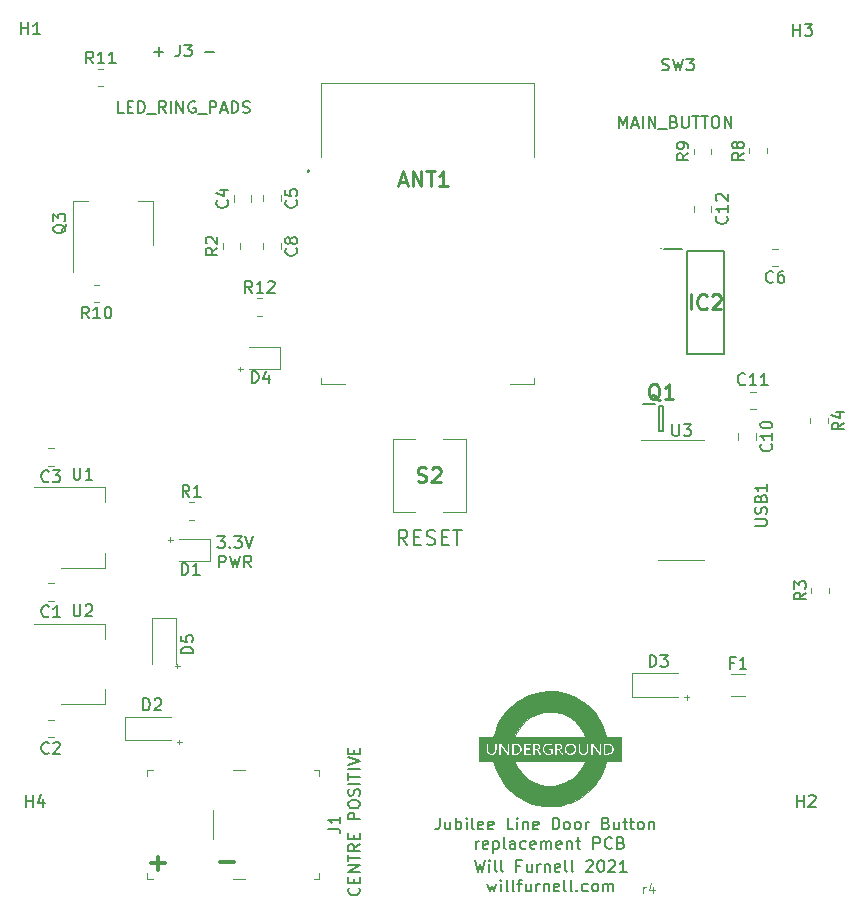
<source format=gbr>
G04 #@! TF.GenerationSoftware,KiCad,Pcbnew,(5.1.8)-1*
G04 #@! TF.CreationDate,2021-05-16T14:51:21+01:00*
G04 #@! TF.ProjectId,jubileev2,6a756269-6c65-4657-9632-2e6b69636164,rev?*
G04 #@! TF.SameCoordinates,Original*
G04 #@! TF.FileFunction,Legend,Top*
G04 #@! TF.FilePolarity,Positive*
%FSLAX46Y46*%
G04 Gerber Fmt 4.6, Leading zero omitted, Abs format (unit mm)*
G04 Created by KiCad (PCBNEW (5.1.8)-1) date 2021-05-16 14:51:21*
%MOMM*%
%LPD*%
G01*
G04 APERTURE LIST*
%ADD10C,0.150000*%
%ADD11C,0.125000*%
%ADD12C,0.300000*%
%ADD13C,0.100000*%
%ADD14C,0.120000*%
%ADD15C,0.200000*%
%ADD16C,0.010000*%
%ADD17C,0.254000*%
G04 APERTURE END LIST*
D10*
X61041809Y-97240380D02*
X61660857Y-97240380D01*
X61327523Y-97621333D01*
X61470380Y-97621333D01*
X61565619Y-97668952D01*
X61613238Y-97716571D01*
X61660857Y-97811809D01*
X61660857Y-98049904D01*
X61613238Y-98145142D01*
X61565619Y-98192761D01*
X61470380Y-98240380D01*
X61184666Y-98240380D01*
X61089428Y-98192761D01*
X61041809Y-98145142D01*
X62089428Y-98145142D02*
X62137047Y-98192761D01*
X62089428Y-98240380D01*
X62041809Y-98192761D01*
X62089428Y-98145142D01*
X62089428Y-98240380D01*
X62470380Y-97240380D02*
X63089428Y-97240380D01*
X62756095Y-97621333D01*
X62898952Y-97621333D01*
X62994190Y-97668952D01*
X63041809Y-97716571D01*
X63089428Y-97811809D01*
X63089428Y-98049904D01*
X63041809Y-98145142D01*
X62994190Y-98192761D01*
X62898952Y-98240380D01*
X62613238Y-98240380D01*
X62518000Y-98192761D01*
X62470380Y-98145142D01*
X63375142Y-97240380D02*
X63708476Y-98240380D01*
X64041809Y-97240380D01*
X61184666Y-99890380D02*
X61184666Y-98890380D01*
X61565619Y-98890380D01*
X61660857Y-98938000D01*
X61708476Y-98985619D01*
X61756095Y-99080857D01*
X61756095Y-99223714D01*
X61708476Y-99318952D01*
X61660857Y-99366571D01*
X61565619Y-99414190D01*
X61184666Y-99414190D01*
X62089428Y-98890380D02*
X62327523Y-99890380D01*
X62518000Y-99176095D01*
X62708476Y-99890380D01*
X62946571Y-98890380D01*
X63898952Y-99890380D02*
X63565619Y-99414190D01*
X63327523Y-99890380D02*
X63327523Y-98890380D01*
X63708476Y-98890380D01*
X63803714Y-98938000D01*
X63851333Y-98985619D01*
X63898952Y-99080857D01*
X63898952Y-99223714D01*
X63851333Y-99318952D01*
X63803714Y-99366571D01*
X63708476Y-99414190D01*
X63327523Y-99414190D01*
D11*
X62801523Y-83093714D02*
X63182476Y-83093714D01*
X62992000Y-83284190D02*
X62992000Y-82903238D01*
X57058714Y-97726476D02*
X57058714Y-97345523D01*
X57249190Y-97536000D02*
X56868238Y-97536000D01*
D12*
X55435571Y-124948142D02*
X56578428Y-124948142D01*
X56007000Y-125519571D02*
X56007000Y-124376714D01*
X61277571Y-124821142D02*
X62420428Y-124821142D01*
D11*
X98552000Y-72822571D02*
X98575809Y-72846380D01*
X98552000Y-72870190D01*
X98528190Y-72846380D01*
X98552000Y-72822571D01*
X98552000Y-72870190D01*
X100577523Y-110888714D02*
X100958476Y-110888714D01*
X100768000Y-111079190D02*
X100768000Y-110698238D01*
X57820714Y-114871476D02*
X57820714Y-114490523D01*
X58011190Y-114681000D02*
X57630238Y-114681000D01*
X57467523Y-108239714D02*
X57848476Y-108239714D01*
X57658000Y-108430190D02*
X57658000Y-108049238D01*
D13*
X97097904Y-127488904D02*
X97097904Y-126955571D01*
X97097904Y-127107952D02*
X97136000Y-127031761D01*
X97174095Y-126993666D01*
X97250285Y-126955571D01*
X97326476Y-126955571D01*
X97936000Y-126955571D02*
X97936000Y-127488904D01*
X97745523Y-126650809D02*
X97555047Y-127222238D01*
X98050285Y-127222238D01*
D10*
X79844476Y-121080380D02*
X79844476Y-121794666D01*
X79796857Y-121937523D01*
X79701619Y-122032761D01*
X79558761Y-122080380D01*
X79463523Y-122080380D01*
X80749238Y-121413714D02*
X80749238Y-122080380D01*
X80320666Y-121413714D02*
X80320666Y-121937523D01*
X80368285Y-122032761D01*
X80463523Y-122080380D01*
X80606380Y-122080380D01*
X80701619Y-122032761D01*
X80749238Y-121985142D01*
X81225428Y-122080380D02*
X81225428Y-121080380D01*
X81225428Y-121461333D02*
X81320666Y-121413714D01*
X81511142Y-121413714D01*
X81606380Y-121461333D01*
X81653999Y-121508952D01*
X81701619Y-121604190D01*
X81701619Y-121889904D01*
X81653999Y-121985142D01*
X81606380Y-122032761D01*
X81511142Y-122080380D01*
X81320666Y-122080380D01*
X81225428Y-122032761D01*
X82130190Y-122080380D02*
X82130190Y-121413714D01*
X82130190Y-121080380D02*
X82082571Y-121128000D01*
X82130190Y-121175619D01*
X82177809Y-121128000D01*
X82130190Y-121080380D01*
X82130190Y-121175619D01*
X82749238Y-122080380D02*
X82653999Y-122032761D01*
X82606380Y-121937523D01*
X82606380Y-121080380D01*
X83511142Y-122032761D02*
X83415904Y-122080380D01*
X83225428Y-122080380D01*
X83130190Y-122032761D01*
X83082571Y-121937523D01*
X83082571Y-121556571D01*
X83130190Y-121461333D01*
X83225428Y-121413714D01*
X83415904Y-121413714D01*
X83511142Y-121461333D01*
X83558761Y-121556571D01*
X83558761Y-121651809D01*
X83082571Y-121747047D01*
X84368285Y-122032761D02*
X84273047Y-122080380D01*
X84082571Y-122080380D01*
X83987333Y-122032761D01*
X83939714Y-121937523D01*
X83939714Y-121556571D01*
X83987333Y-121461333D01*
X84082571Y-121413714D01*
X84273047Y-121413714D01*
X84368285Y-121461333D01*
X84415904Y-121556571D01*
X84415904Y-121651809D01*
X83939714Y-121747047D01*
X86082571Y-122080380D02*
X85606380Y-122080380D01*
X85606380Y-121080380D01*
X86415904Y-122080380D02*
X86415904Y-121413714D01*
X86415904Y-121080380D02*
X86368285Y-121128000D01*
X86415904Y-121175619D01*
X86463523Y-121128000D01*
X86415904Y-121080380D01*
X86415904Y-121175619D01*
X86892095Y-121413714D02*
X86892095Y-122080380D01*
X86892095Y-121508952D02*
X86939714Y-121461333D01*
X87034952Y-121413714D01*
X87177809Y-121413714D01*
X87273047Y-121461333D01*
X87320666Y-121556571D01*
X87320666Y-122080380D01*
X88177809Y-122032761D02*
X88082571Y-122080380D01*
X87892095Y-122080380D01*
X87796857Y-122032761D01*
X87749238Y-121937523D01*
X87749238Y-121556571D01*
X87796857Y-121461333D01*
X87892095Y-121413714D01*
X88082571Y-121413714D01*
X88177809Y-121461333D01*
X88225428Y-121556571D01*
X88225428Y-121651809D01*
X87749238Y-121747047D01*
X89415904Y-122080380D02*
X89415904Y-121080380D01*
X89653999Y-121080380D01*
X89796857Y-121128000D01*
X89892095Y-121223238D01*
X89939714Y-121318476D01*
X89987333Y-121508952D01*
X89987333Y-121651809D01*
X89939714Y-121842285D01*
X89892095Y-121937523D01*
X89796857Y-122032761D01*
X89653999Y-122080380D01*
X89415904Y-122080380D01*
X90558761Y-122080380D02*
X90463523Y-122032761D01*
X90415904Y-121985142D01*
X90368285Y-121889904D01*
X90368285Y-121604190D01*
X90415904Y-121508952D01*
X90463523Y-121461333D01*
X90558761Y-121413714D01*
X90701619Y-121413714D01*
X90796857Y-121461333D01*
X90844476Y-121508952D01*
X90892095Y-121604190D01*
X90892095Y-121889904D01*
X90844476Y-121985142D01*
X90796857Y-122032761D01*
X90701619Y-122080380D01*
X90558761Y-122080380D01*
X91463523Y-122080380D02*
X91368285Y-122032761D01*
X91320666Y-121985142D01*
X91273047Y-121889904D01*
X91273047Y-121604190D01*
X91320666Y-121508952D01*
X91368285Y-121461333D01*
X91463523Y-121413714D01*
X91606380Y-121413714D01*
X91701619Y-121461333D01*
X91749238Y-121508952D01*
X91796857Y-121604190D01*
X91796857Y-121889904D01*
X91749238Y-121985142D01*
X91701619Y-122032761D01*
X91606380Y-122080380D01*
X91463523Y-122080380D01*
X92225428Y-122080380D02*
X92225428Y-121413714D01*
X92225428Y-121604190D02*
X92273047Y-121508952D01*
X92320666Y-121461333D01*
X92415904Y-121413714D01*
X92511142Y-121413714D01*
X93939714Y-121556571D02*
X94082571Y-121604190D01*
X94130190Y-121651809D01*
X94177809Y-121747047D01*
X94177809Y-121889904D01*
X94130190Y-121985142D01*
X94082571Y-122032761D01*
X93987333Y-122080380D01*
X93606380Y-122080380D01*
X93606380Y-121080380D01*
X93939714Y-121080380D01*
X94034952Y-121128000D01*
X94082571Y-121175619D01*
X94130190Y-121270857D01*
X94130190Y-121366095D01*
X94082571Y-121461333D01*
X94034952Y-121508952D01*
X93939714Y-121556571D01*
X93606380Y-121556571D01*
X95034952Y-121413714D02*
X95034952Y-122080380D01*
X94606380Y-121413714D02*
X94606380Y-121937523D01*
X94653999Y-122032761D01*
X94749238Y-122080380D01*
X94892095Y-122080380D01*
X94987333Y-122032761D01*
X95034952Y-121985142D01*
X95368285Y-121413714D02*
X95749238Y-121413714D01*
X95511142Y-121080380D02*
X95511142Y-121937523D01*
X95558761Y-122032761D01*
X95653999Y-122080380D01*
X95749238Y-122080380D01*
X95939714Y-121413714D02*
X96320666Y-121413714D01*
X96082571Y-121080380D02*
X96082571Y-121937523D01*
X96130190Y-122032761D01*
X96225428Y-122080380D01*
X96320666Y-122080380D01*
X96796857Y-122080380D02*
X96701619Y-122032761D01*
X96653999Y-121985142D01*
X96606380Y-121889904D01*
X96606380Y-121604190D01*
X96653999Y-121508952D01*
X96701619Y-121461333D01*
X96796857Y-121413714D01*
X96939714Y-121413714D01*
X97034952Y-121461333D01*
X97082571Y-121508952D01*
X97130190Y-121604190D01*
X97130190Y-121889904D01*
X97082571Y-121985142D01*
X97034952Y-122032761D01*
X96939714Y-122080380D01*
X96796857Y-122080380D01*
X97558761Y-121413714D02*
X97558761Y-122080380D01*
X97558761Y-121508952D02*
X97606380Y-121461333D01*
X97701619Y-121413714D01*
X97844476Y-121413714D01*
X97939714Y-121461333D01*
X97987333Y-121556571D01*
X97987333Y-122080380D01*
X82915904Y-123730380D02*
X82915904Y-123063714D01*
X82915904Y-123254190D02*
X82963523Y-123158952D01*
X83011142Y-123111333D01*
X83106380Y-123063714D01*
X83201619Y-123063714D01*
X83915904Y-123682761D02*
X83820666Y-123730380D01*
X83630190Y-123730380D01*
X83534952Y-123682761D01*
X83487333Y-123587523D01*
X83487333Y-123206571D01*
X83534952Y-123111333D01*
X83630190Y-123063714D01*
X83820666Y-123063714D01*
X83915904Y-123111333D01*
X83963523Y-123206571D01*
X83963523Y-123301809D01*
X83487333Y-123397047D01*
X84392095Y-123063714D02*
X84392095Y-124063714D01*
X84392095Y-123111333D02*
X84487333Y-123063714D01*
X84677809Y-123063714D01*
X84773047Y-123111333D01*
X84820666Y-123158952D01*
X84868285Y-123254190D01*
X84868285Y-123539904D01*
X84820666Y-123635142D01*
X84773047Y-123682761D01*
X84677809Y-123730380D01*
X84487333Y-123730380D01*
X84392095Y-123682761D01*
X85439714Y-123730380D02*
X85344476Y-123682761D01*
X85296857Y-123587523D01*
X85296857Y-122730380D01*
X86249238Y-123730380D02*
X86249238Y-123206571D01*
X86201619Y-123111333D01*
X86106380Y-123063714D01*
X85915904Y-123063714D01*
X85820666Y-123111333D01*
X86249238Y-123682761D02*
X86154000Y-123730380D01*
X85915904Y-123730380D01*
X85820666Y-123682761D01*
X85773047Y-123587523D01*
X85773047Y-123492285D01*
X85820666Y-123397047D01*
X85915904Y-123349428D01*
X86154000Y-123349428D01*
X86249238Y-123301809D01*
X87154000Y-123682761D02*
X87058761Y-123730380D01*
X86868285Y-123730380D01*
X86773047Y-123682761D01*
X86725428Y-123635142D01*
X86677809Y-123539904D01*
X86677809Y-123254190D01*
X86725428Y-123158952D01*
X86773047Y-123111333D01*
X86868285Y-123063714D01*
X87058761Y-123063714D01*
X87154000Y-123111333D01*
X87963523Y-123682761D02*
X87868285Y-123730380D01*
X87677809Y-123730380D01*
X87582571Y-123682761D01*
X87534952Y-123587523D01*
X87534952Y-123206571D01*
X87582571Y-123111333D01*
X87677809Y-123063714D01*
X87868285Y-123063714D01*
X87963523Y-123111333D01*
X88011142Y-123206571D01*
X88011142Y-123301809D01*
X87534952Y-123397047D01*
X88439714Y-123730380D02*
X88439714Y-123063714D01*
X88439714Y-123158952D02*
X88487333Y-123111333D01*
X88582571Y-123063714D01*
X88725428Y-123063714D01*
X88820666Y-123111333D01*
X88868285Y-123206571D01*
X88868285Y-123730380D01*
X88868285Y-123206571D02*
X88915904Y-123111333D01*
X89011142Y-123063714D01*
X89154000Y-123063714D01*
X89249238Y-123111333D01*
X89296857Y-123206571D01*
X89296857Y-123730380D01*
X90154000Y-123682761D02*
X90058761Y-123730380D01*
X89868285Y-123730380D01*
X89773047Y-123682761D01*
X89725428Y-123587523D01*
X89725428Y-123206571D01*
X89773047Y-123111333D01*
X89868285Y-123063714D01*
X90058761Y-123063714D01*
X90154000Y-123111333D01*
X90201619Y-123206571D01*
X90201619Y-123301809D01*
X89725428Y-123397047D01*
X90630190Y-123063714D02*
X90630190Y-123730380D01*
X90630190Y-123158952D02*
X90677809Y-123111333D01*
X90773047Y-123063714D01*
X90915904Y-123063714D01*
X91011142Y-123111333D01*
X91058761Y-123206571D01*
X91058761Y-123730380D01*
X91392095Y-123063714D02*
X91773047Y-123063714D01*
X91534952Y-122730380D02*
X91534952Y-123587523D01*
X91582571Y-123682761D01*
X91677809Y-123730380D01*
X91773047Y-123730380D01*
X92868285Y-123730380D02*
X92868285Y-122730380D01*
X93249238Y-122730380D01*
X93344476Y-122778000D01*
X93392095Y-122825619D01*
X93439714Y-122920857D01*
X93439714Y-123063714D01*
X93392095Y-123158952D01*
X93344476Y-123206571D01*
X93249238Y-123254190D01*
X92868285Y-123254190D01*
X94439714Y-123635142D02*
X94392095Y-123682761D01*
X94249238Y-123730380D01*
X94154000Y-123730380D01*
X94011142Y-123682761D01*
X93915904Y-123587523D01*
X93868285Y-123492285D01*
X93820666Y-123301809D01*
X93820666Y-123158952D01*
X93868285Y-122968476D01*
X93915904Y-122873238D01*
X94011142Y-122778000D01*
X94154000Y-122730380D01*
X94249238Y-122730380D01*
X94392095Y-122778000D01*
X94439714Y-122825619D01*
X95201619Y-123206571D02*
X95344476Y-123254190D01*
X95392095Y-123301809D01*
X95439714Y-123397047D01*
X95439714Y-123539904D01*
X95392095Y-123635142D01*
X95344476Y-123682761D01*
X95249238Y-123730380D01*
X94868285Y-123730380D01*
X94868285Y-122730380D01*
X95201619Y-122730380D01*
X95296857Y-122778000D01*
X95344476Y-122825619D01*
X95392095Y-122920857D01*
X95392095Y-123016095D01*
X95344476Y-123111333D01*
X95296857Y-123158952D01*
X95201619Y-123206571D01*
X94868285Y-123206571D01*
X82828619Y-124680380D02*
X83066714Y-125680380D01*
X83257190Y-124966095D01*
X83447666Y-125680380D01*
X83685761Y-124680380D01*
X84066714Y-125680380D02*
X84066714Y-125013714D01*
X84066714Y-124680380D02*
X84019095Y-124728000D01*
X84066714Y-124775619D01*
X84114333Y-124728000D01*
X84066714Y-124680380D01*
X84066714Y-124775619D01*
X84685761Y-125680380D02*
X84590523Y-125632761D01*
X84542904Y-125537523D01*
X84542904Y-124680380D01*
X85209571Y-125680380D02*
X85114333Y-125632761D01*
X85066714Y-125537523D01*
X85066714Y-124680380D01*
X86685761Y-125156571D02*
X86352428Y-125156571D01*
X86352428Y-125680380D02*
X86352428Y-124680380D01*
X86828619Y-124680380D01*
X87638142Y-125013714D02*
X87638142Y-125680380D01*
X87209571Y-125013714D02*
X87209571Y-125537523D01*
X87257190Y-125632761D01*
X87352428Y-125680380D01*
X87495285Y-125680380D01*
X87590523Y-125632761D01*
X87638142Y-125585142D01*
X88114333Y-125680380D02*
X88114333Y-125013714D01*
X88114333Y-125204190D02*
X88161952Y-125108952D01*
X88209571Y-125061333D01*
X88304809Y-125013714D01*
X88400047Y-125013714D01*
X88733380Y-125013714D02*
X88733380Y-125680380D01*
X88733380Y-125108952D02*
X88781000Y-125061333D01*
X88876238Y-125013714D01*
X89019095Y-125013714D01*
X89114333Y-125061333D01*
X89161952Y-125156571D01*
X89161952Y-125680380D01*
X90019095Y-125632761D02*
X89923857Y-125680380D01*
X89733380Y-125680380D01*
X89638142Y-125632761D01*
X89590523Y-125537523D01*
X89590523Y-125156571D01*
X89638142Y-125061333D01*
X89733380Y-125013714D01*
X89923857Y-125013714D01*
X90019095Y-125061333D01*
X90066714Y-125156571D01*
X90066714Y-125251809D01*
X89590523Y-125347047D01*
X90638142Y-125680380D02*
X90542904Y-125632761D01*
X90495285Y-125537523D01*
X90495285Y-124680380D01*
X91161952Y-125680380D02*
X91066714Y-125632761D01*
X91019095Y-125537523D01*
X91019095Y-124680380D01*
X92257190Y-124775619D02*
X92304809Y-124728000D01*
X92400047Y-124680380D01*
X92638142Y-124680380D01*
X92733380Y-124728000D01*
X92781000Y-124775619D01*
X92828619Y-124870857D01*
X92828619Y-124966095D01*
X92781000Y-125108952D01*
X92209571Y-125680380D01*
X92828619Y-125680380D01*
X93447666Y-124680380D02*
X93542904Y-124680380D01*
X93638142Y-124728000D01*
X93685761Y-124775619D01*
X93733380Y-124870857D01*
X93781000Y-125061333D01*
X93781000Y-125299428D01*
X93733380Y-125489904D01*
X93685761Y-125585142D01*
X93638142Y-125632761D01*
X93542904Y-125680380D01*
X93447666Y-125680380D01*
X93352428Y-125632761D01*
X93304809Y-125585142D01*
X93257190Y-125489904D01*
X93209571Y-125299428D01*
X93209571Y-125061333D01*
X93257190Y-124870857D01*
X93304809Y-124775619D01*
X93352428Y-124728000D01*
X93447666Y-124680380D01*
X94161952Y-124775619D02*
X94209571Y-124728000D01*
X94304809Y-124680380D01*
X94542904Y-124680380D01*
X94638142Y-124728000D01*
X94685761Y-124775619D01*
X94733380Y-124870857D01*
X94733380Y-124966095D01*
X94685761Y-125108952D01*
X94114333Y-125680380D01*
X94733380Y-125680380D01*
X95685761Y-125680380D02*
X95114333Y-125680380D01*
X95400047Y-125680380D02*
X95400047Y-124680380D01*
X95304809Y-124823238D01*
X95209571Y-124918476D01*
X95114333Y-124966095D01*
X83900047Y-126663714D02*
X84090523Y-127330380D01*
X84281000Y-126854190D01*
X84471476Y-127330380D01*
X84661952Y-126663714D01*
X85042904Y-127330380D02*
X85042904Y-126663714D01*
X85042904Y-126330380D02*
X84995285Y-126378000D01*
X85042904Y-126425619D01*
X85090523Y-126378000D01*
X85042904Y-126330380D01*
X85042904Y-126425619D01*
X85661952Y-127330380D02*
X85566714Y-127282761D01*
X85519095Y-127187523D01*
X85519095Y-126330380D01*
X86185761Y-127330380D02*
X86090523Y-127282761D01*
X86042904Y-127187523D01*
X86042904Y-126330380D01*
X86423857Y-126663714D02*
X86804809Y-126663714D01*
X86566714Y-127330380D02*
X86566714Y-126473238D01*
X86614333Y-126378000D01*
X86709571Y-126330380D01*
X86804809Y-126330380D01*
X87566714Y-126663714D02*
X87566714Y-127330380D01*
X87138142Y-126663714D02*
X87138142Y-127187523D01*
X87185761Y-127282761D01*
X87281000Y-127330380D01*
X87423857Y-127330380D01*
X87519095Y-127282761D01*
X87566714Y-127235142D01*
X88042904Y-127330380D02*
X88042904Y-126663714D01*
X88042904Y-126854190D02*
X88090523Y-126758952D01*
X88138142Y-126711333D01*
X88233380Y-126663714D01*
X88328619Y-126663714D01*
X88661952Y-126663714D02*
X88661952Y-127330380D01*
X88661952Y-126758952D02*
X88709571Y-126711333D01*
X88804809Y-126663714D01*
X88947666Y-126663714D01*
X89042904Y-126711333D01*
X89090523Y-126806571D01*
X89090523Y-127330380D01*
X89947666Y-127282761D02*
X89852428Y-127330380D01*
X89661952Y-127330380D01*
X89566714Y-127282761D01*
X89519095Y-127187523D01*
X89519095Y-126806571D01*
X89566714Y-126711333D01*
X89661952Y-126663714D01*
X89852428Y-126663714D01*
X89947666Y-126711333D01*
X89995285Y-126806571D01*
X89995285Y-126901809D01*
X89519095Y-126997047D01*
X90566714Y-127330380D02*
X90471476Y-127282761D01*
X90423857Y-127187523D01*
X90423857Y-126330380D01*
X91090523Y-127330380D02*
X90995285Y-127282761D01*
X90947666Y-127187523D01*
X90947666Y-126330380D01*
X91471476Y-127235142D02*
X91519095Y-127282761D01*
X91471476Y-127330380D01*
X91423857Y-127282761D01*
X91471476Y-127235142D01*
X91471476Y-127330380D01*
X92376238Y-127282761D02*
X92281000Y-127330380D01*
X92090523Y-127330380D01*
X91995285Y-127282761D01*
X91947666Y-127235142D01*
X91900047Y-127139904D01*
X91900047Y-126854190D01*
X91947666Y-126758952D01*
X91995285Y-126711333D01*
X92090523Y-126663714D01*
X92281000Y-126663714D01*
X92376238Y-126711333D01*
X92947666Y-127330380D02*
X92852428Y-127282761D01*
X92804809Y-127235142D01*
X92757190Y-127139904D01*
X92757190Y-126854190D01*
X92804809Y-126758952D01*
X92852428Y-126711333D01*
X92947666Y-126663714D01*
X93090523Y-126663714D01*
X93185761Y-126711333D01*
X93233380Y-126758952D01*
X93281000Y-126854190D01*
X93281000Y-127139904D01*
X93233380Y-127235142D01*
X93185761Y-127282761D01*
X93090523Y-127330380D01*
X92947666Y-127330380D01*
X93709571Y-127330380D02*
X93709571Y-126663714D01*
X93709571Y-126758952D02*
X93757190Y-126711333D01*
X93852428Y-126663714D01*
X93995285Y-126663714D01*
X94090523Y-126711333D01*
X94138142Y-126806571D01*
X94138142Y-127330380D01*
X94138142Y-126806571D02*
X94185761Y-126711333D01*
X94281000Y-126663714D01*
X94423857Y-126663714D01*
X94519095Y-126711333D01*
X94566714Y-126806571D01*
X94566714Y-127330380D01*
X73001142Y-127031047D02*
X73048761Y-127078666D01*
X73096380Y-127221523D01*
X73096380Y-127316761D01*
X73048761Y-127459619D01*
X72953523Y-127554857D01*
X72858285Y-127602476D01*
X72667809Y-127650095D01*
X72524952Y-127650095D01*
X72334476Y-127602476D01*
X72239238Y-127554857D01*
X72144000Y-127459619D01*
X72096380Y-127316761D01*
X72096380Y-127221523D01*
X72144000Y-127078666D01*
X72191619Y-127031047D01*
X72572571Y-126602476D02*
X72572571Y-126269142D01*
X73096380Y-126126285D02*
X73096380Y-126602476D01*
X72096380Y-126602476D01*
X72096380Y-126126285D01*
X73096380Y-125697714D02*
X72096380Y-125697714D01*
X73096380Y-125126285D01*
X72096380Y-125126285D01*
X72096380Y-124792952D02*
X72096380Y-124221523D01*
X73096380Y-124507238D02*
X72096380Y-124507238D01*
X73096380Y-123316761D02*
X72620190Y-123650095D01*
X73096380Y-123888190D02*
X72096380Y-123888190D01*
X72096380Y-123507238D01*
X72144000Y-123412000D01*
X72191619Y-123364380D01*
X72286857Y-123316761D01*
X72429714Y-123316761D01*
X72524952Y-123364380D01*
X72572571Y-123412000D01*
X72620190Y-123507238D01*
X72620190Y-123888190D01*
X72572571Y-122888190D02*
X72572571Y-122554857D01*
X73096380Y-122412000D02*
X73096380Y-122888190D01*
X72096380Y-122888190D01*
X72096380Y-122412000D01*
X73096380Y-121221523D02*
X72096380Y-121221523D01*
X72096380Y-120840571D01*
X72144000Y-120745333D01*
X72191619Y-120697714D01*
X72286857Y-120650095D01*
X72429714Y-120650095D01*
X72524952Y-120697714D01*
X72572571Y-120745333D01*
X72620190Y-120840571D01*
X72620190Y-121221523D01*
X72096380Y-120031047D02*
X72096380Y-119840571D01*
X72144000Y-119745333D01*
X72239238Y-119650095D01*
X72429714Y-119602476D01*
X72763047Y-119602476D01*
X72953523Y-119650095D01*
X73048761Y-119745333D01*
X73096380Y-119840571D01*
X73096380Y-120031047D01*
X73048761Y-120126285D01*
X72953523Y-120221523D01*
X72763047Y-120269142D01*
X72429714Y-120269142D01*
X72239238Y-120221523D01*
X72144000Y-120126285D01*
X72096380Y-120031047D01*
X73048761Y-119221523D02*
X73096380Y-119078666D01*
X73096380Y-118840571D01*
X73048761Y-118745333D01*
X73001142Y-118697714D01*
X72905904Y-118650095D01*
X72810666Y-118650095D01*
X72715428Y-118697714D01*
X72667809Y-118745333D01*
X72620190Y-118840571D01*
X72572571Y-119031047D01*
X72524952Y-119126285D01*
X72477333Y-119173904D01*
X72382095Y-119221523D01*
X72286857Y-119221523D01*
X72191619Y-119173904D01*
X72144000Y-119126285D01*
X72096380Y-119031047D01*
X72096380Y-118792952D01*
X72144000Y-118650095D01*
X73096380Y-118221523D02*
X72096380Y-118221523D01*
X72096380Y-117888190D02*
X72096380Y-117316761D01*
X73096380Y-117602476D02*
X72096380Y-117602476D01*
X73096380Y-116983428D02*
X72096380Y-116983428D01*
X72096380Y-116650095D02*
X73096380Y-116316761D01*
X72096380Y-115983428D01*
X72572571Y-115650095D02*
X72572571Y-115316761D01*
X73096380Y-115173904D02*
X73096380Y-115650095D01*
X72096380Y-115650095D01*
X72096380Y-115173904D01*
X55705690Y-56218128D02*
X56467595Y-56218128D01*
X56086642Y-56599080D02*
X56086642Y-55837176D01*
X59991404Y-56218128D02*
X60753309Y-56218128D01*
D14*
G04 #@! TO.C,U3*
X100318000Y-89143000D02*
X96868000Y-89143000D01*
X100318000Y-89143000D02*
X102268000Y-89143000D01*
X100318000Y-99263000D02*
X98368000Y-99263000D01*
X100318000Y-99263000D02*
X102268000Y-99263000D01*
G04 #@! TO.C,C11*
X106629252Y-86488000D02*
X106106748Y-86488000D01*
X106629252Y-85018000D02*
X106106748Y-85018000D01*
G04 #@! TO.C,R4*
X112703000Y-87238436D02*
X112703000Y-87692564D01*
X111233000Y-87238436D02*
X111233000Y-87692564D01*
G04 #@! TO.C,R3*
X111333000Y-102092564D02*
X111333000Y-101638436D01*
X112803000Y-102092564D02*
X112803000Y-101638436D01*
D15*
G04 #@! TO.C,Q1*
X98443000Y-86253000D02*
X98793000Y-86253000D01*
X98793000Y-86253000D02*
X98793000Y-88353000D01*
X98793000Y-88353000D02*
X98443000Y-88353000D01*
X98443000Y-88353000D02*
X98443000Y-86253000D01*
X97043000Y-86078000D02*
X98093000Y-86078000D01*
D14*
G04 #@! TO.C,C10*
X106603000Y-88541748D02*
X106603000Y-89064252D01*
X105133000Y-88541748D02*
X105133000Y-89064252D01*
G04 #@! TO.C,C4*
X62433000Y-68914252D02*
X62433000Y-68391748D01*
X63903000Y-68914252D02*
X63903000Y-68391748D01*
G04 #@! TO.C,C6*
X108526252Y-74395000D02*
X108003748Y-74395000D01*
X108526252Y-72925000D02*
X108003748Y-72925000D01*
D13*
G04 #@! TO.C,ANT1*
X69836000Y-83882000D02*
X69836000Y-84382000D01*
X69836000Y-84382000D02*
X71836000Y-84382000D01*
X85836000Y-84382000D02*
X87836000Y-84382000D01*
X87836000Y-84382000D02*
X87836000Y-83882000D01*
X69836000Y-65132000D02*
X69836000Y-58882000D01*
X69836000Y-58882000D02*
X87836000Y-58882000D01*
X87836000Y-58882000D02*
X87836000Y-65132000D01*
D15*
X68736000Y-66232000D02*
X68736000Y-66232000D01*
X68736000Y-66432000D02*
X68736000Y-66432000D01*
X68736000Y-66232000D02*
G75*
G03*
X68736000Y-66432000I0J-100000D01*
G01*
X68736000Y-66432000D02*
G75*
G03*
X68736000Y-66232000I0J100000D01*
G01*
G04 #@! TO.C,IC2*
X98862000Y-72960000D02*
X100412000Y-72960000D01*
X100762000Y-81795000D02*
X100762000Y-73145000D01*
X103962000Y-81795000D02*
X100762000Y-81795000D01*
X103962000Y-73145000D02*
X103962000Y-81795000D01*
X100762000Y-73145000D02*
X103962000Y-73145000D01*
D14*
G04 #@! TO.C,R12*
X64392436Y-77116000D02*
X64846564Y-77116000D01*
X64392436Y-78586000D02*
X64846564Y-78586000D01*
G04 #@! TO.C,D4*
X63691500Y-83129000D02*
X66376500Y-83129000D01*
X66376500Y-83129000D02*
X66376500Y-81209000D01*
X66376500Y-81209000D02*
X63691500Y-81209000D01*
D13*
G04 #@! TO.C,S2*
X80168000Y-89001000D02*
X82067000Y-89001000D01*
X82067000Y-89001000D02*
X82067000Y-95199000D01*
X82067000Y-95199000D02*
X80168000Y-95199000D01*
X77768000Y-89001000D02*
X75869000Y-89001000D01*
X75869000Y-89001000D02*
X75869000Y-95199000D01*
X75869000Y-95199000D02*
X77768000Y-95199000D01*
G04 #@! TO.C,J1*
X62380000Y-126266000D02*
X63380000Y-126266000D01*
X62380000Y-117066000D02*
X63380000Y-117066000D01*
X69680000Y-126266000D02*
X69180000Y-126266000D01*
X69680000Y-126266000D02*
X69680000Y-125766000D01*
X69680000Y-117066000D02*
X69680000Y-117566000D01*
X69680000Y-117066000D02*
X69180000Y-117066000D01*
X60680000Y-120466000D02*
X60680000Y-122866000D01*
X55080000Y-117066000D02*
X55580000Y-117066000D01*
X55080000Y-117066000D02*
X55080000Y-117566000D01*
X55080000Y-126266000D02*
X55580000Y-126266000D01*
X55080000Y-126266000D02*
X55080000Y-125766000D01*
D14*
G04 #@! TO.C,C3*
X47190252Y-91286000D02*
X46667748Y-91286000D01*
X47190252Y-89816000D02*
X46667748Y-89816000D01*
G04 #@! TO.C,R2*
X62965000Y-72894564D02*
X62965000Y-72440436D01*
X61495000Y-72894564D02*
X61495000Y-72440436D01*
G04 #@! TO.C,C8*
X64924000Y-72443748D02*
X64924000Y-72966252D01*
X66394000Y-72443748D02*
X66394000Y-72966252D01*
G04 #@! TO.C,C2*
X47190252Y-112803000D02*
X46667748Y-112803000D01*
X47190252Y-114273000D02*
X46667748Y-114273000D01*
G04 #@! TO.C,C1*
X47190252Y-101246000D02*
X46667748Y-101246000D01*
X47190252Y-102716000D02*
X46667748Y-102716000D01*
G04 #@! TO.C,F1*
X104499936Y-108945000D02*
X105704064Y-108945000D01*
X104499936Y-110765000D02*
X105704064Y-110765000D01*
D16*
G04 #@! TO.C,G\u002A\u002A\u002A*
G36*
X94106428Y-114930720D02*
G01*
X94195189Y-114954839D01*
X94266122Y-114995694D01*
X94320308Y-115053823D01*
X94343586Y-115093800D01*
X94366916Y-115151575D01*
X94376953Y-115208183D01*
X94378175Y-115244603D01*
X94367341Y-115337261D01*
X94335464Y-115416349D01*
X94283482Y-115481025D01*
X94212331Y-115530447D01*
X94122950Y-115563775D01*
X94016275Y-115580167D01*
X94003525Y-115580900D01*
X93892400Y-115586306D01*
X93892400Y-114922800D01*
X93998753Y-114922800D01*
X94106428Y-114930720D01*
G37*
X94106428Y-114930720D02*
X94195189Y-114954839D01*
X94266122Y-114995694D01*
X94320308Y-115053823D01*
X94343586Y-115093800D01*
X94366916Y-115151575D01*
X94376953Y-115208183D01*
X94378175Y-115244603D01*
X94367341Y-115337261D01*
X94335464Y-115416349D01*
X94283482Y-115481025D01*
X94212331Y-115530447D01*
X94122950Y-115563775D01*
X94016275Y-115580167D01*
X94003525Y-115580900D01*
X93892400Y-115586306D01*
X93892400Y-114922800D01*
X93998753Y-114922800D01*
X94106428Y-114930720D01*
G36*
X89865530Y-114924680D02*
G01*
X89936640Y-114932255D01*
X89985992Y-114948684D01*
X90016240Y-114975812D01*
X90030038Y-115015486D01*
X90031600Y-115040148D01*
X90025303Y-115092402D01*
X90004579Y-115130969D01*
X89966675Y-115158024D01*
X89908840Y-115175743D01*
X89849089Y-115184382D01*
X89764900Y-115193007D01*
X89764900Y-114920110D01*
X89865530Y-114924680D01*
G37*
X89865530Y-114924680D02*
X89936640Y-114932255D01*
X89985992Y-114948684D01*
X90016240Y-114975812D01*
X90030038Y-115015486D01*
X90031600Y-115040148D01*
X90025303Y-115092402D01*
X90004579Y-115130969D01*
X89966675Y-115158024D01*
X89908840Y-115175743D01*
X89849089Y-115184382D01*
X89764900Y-115193007D01*
X89764900Y-114920110D01*
X89865530Y-114924680D01*
G36*
X88011330Y-114924680D02*
G01*
X88082440Y-114932255D01*
X88131792Y-114948684D01*
X88162040Y-114975812D01*
X88175838Y-115015486D01*
X88177400Y-115040148D01*
X88171103Y-115092402D01*
X88150379Y-115130969D01*
X88112475Y-115158024D01*
X88054640Y-115175743D01*
X87994889Y-115184382D01*
X87910700Y-115193007D01*
X87910700Y-114920110D01*
X88011330Y-114924680D01*
G37*
X88011330Y-114924680D02*
X88082440Y-114932255D01*
X88131792Y-114948684D01*
X88162040Y-114975812D01*
X88175838Y-115015486D01*
X88177400Y-115040148D01*
X88171103Y-115092402D01*
X88150379Y-115130969D01*
X88112475Y-115158024D01*
X88054640Y-115175743D01*
X87994889Y-115184382D01*
X87910700Y-115193007D01*
X87910700Y-114920110D01*
X88011330Y-114924680D01*
G36*
X86316585Y-114928432D02*
G01*
X86395694Y-114946418D01*
X86461468Y-114978392D01*
X86515440Y-115022633D01*
X86558563Y-115073650D01*
X86585563Y-115127431D01*
X86599171Y-115191426D01*
X86602250Y-115259350D01*
X86590978Y-115347982D01*
X86558342Y-115423697D01*
X86505334Y-115485638D01*
X86432944Y-115532944D01*
X86342163Y-115564758D01*
X86233984Y-115580220D01*
X86231704Y-115580354D01*
X86120000Y-115586723D01*
X86120000Y-114922800D01*
X86219294Y-114922800D01*
X86316585Y-114928432D01*
G37*
X86316585Y-114928432D02*
X86395694Y-114946418D01*
X86461468Y-114978392D01*
X86515440Y-115022633D01*
X86558563Y-115073650D01*
X86585563Y-115127431D01*
X86599171Y-115191426D01*
X86602250Y-115259350D01*
X86590978Y-115347982D01*
X86558342Y-115423697D01*
X86505334Y-115485638D01*
X86432944Y-115532944D01*
X86342163Y-115564758D01*
X86233984Y-115580220D01*
X86231704Y-115580354D01*
X86120000Y-115586723D01*
X86120000Y-114922800D01*
X86219294Y-114922800D01*
X86316585Y-114928432D01*
G36*
X90948690Y-114929528D02*
G01*
X91029473Y-114953570D01*
X91101647Y-114998132D01*
X91107921Y-115003488D01*
X91160993Y-115066106D01*
X91195913Y-115141414D01*
X91212313Y-115223963D01*
X91209825Y-115308305D01*
X91188080Y-115388995D01*
X91146709Y-115460583D01*
X91139446Y-115469434D01*
X91080322Y-115524390D01*
X91011919Y-115559563D01*
X90929154Y-115577304D01*
X90901550Y-115579536D01*
X90847677Y-115580786D01*
X90807496Y-115575967D01*
X90769638Y-115563148D01*
X90749150Y-115553683D01*
X90670042Y-115503398D01*
X90612595Y-115439868D01*
X90576635Y-115362818D01*
X90561992Y-115271974D01*
X90561605Y-115253000D01*
X90568496Y-115172204D01*
X90591225Y-115104857D01*
X90632878Y-115042440D01*
X90641583Y-115032253D01*
X90705745Y-114977367D01*
X90781720Y-114941741D01*
X90864404Y-114925690D01*
X90948690Y-114929528D01*
G37*
X90948690Y-114929528D02*
X91029473Y-114953570D01*
X91101647Y-114998132D01*
X91107921Y-115003488D01*
X91160993Y-115066106D01*
X91195913Y-115141414D01*
X91212313Y-115223963D01*
X91209825Y-115308305D01*
X91188080Y-115388995D01*
X91146709Y-115460583D01*
X91139446Y-115469434D01*
X91080322Y-115524390D01*
X91011919Y-115559563D01*
X90929154Y-115577304D01*
X90901550Y-115579536D01*
X90847677Y-115580786D01*
X90807496Y-115575967D01*
X90769638Y-115563148D01*
X90749150Y-115553683D01*
X90670042Y-115503398D01*
X90612595Y-115439868D01*
X90576635Y-115362818D01*
X90561992Y-115271974D01*
X90561605Y-115253000D01*
X90568496Y-115172204D01*
X90591225Y-115104857D01*
X90632878Y-115042440D01*
X90641583Y-115032253D01*
X90705745Y-114977367D01*
X90781720Y-114941741D01*
X90864404Y-114925690D01*
X90948690Y-114929528D01*
G36*
X89338912Y-110383954D02*
G01*
X89458750Y-110386624D01*
X89565586Y-110391154D01*
X89654053Y-110397575D01*
X89676000Y-110399850D01*
X90034740Y-110452530D01*
X90383756Y-110528175D01*
X90722436Y-110626590D01*
X91050167Y-110747580D01*
X91366334Y-110890950D01*
X91587350Y-111008421D01*
X91667414Y-111055891D01*
X91761317Y-111115053D01*
X91863005Y-111181802D01*
X91966424Y-111252036D01*
X92065522Y-111321652D01*
X92154245Y-111386545D01*
X92219610Y-111437028D01*
X92487283Y-111667480D01*
X92736478Y-111914709D01*
X92966493Y-112177664D01*
X93176627Y-112455296D01*
X93366178Y-112746556D01*
X93534445Y-113050393D01*
X93680726Y-113365760D01*
X93804320Y-113691605D01*
X93872737Y-113910545D01*
X93893384Y-113984209D01*
X93912747Y-114056264D01*
X93929090Y-114120040D01*
X93940676Y-114168867D01*
X93943650Y-114183025D01*
X93959204Y-114262399D01*
X94567152Y-114262400D01*
X95175100Y-114262400D01*
X95175100Y-116243600D01*
X93959204Y-116243600D01*
X93943650Y-116322975D01*
X93928250Y-116391448D01*
X93905790Y-116477805D01*
X93878043Y-116576115D01*
X93846781Y-116680448D01*
X93813778Y-116784873D01*
X93780806Y-116883459D01*
X93752080Y-116963754D01*
X93711530Y-117066056D01*
X93661230Y-117182794D01*
X93604491Y-117306989D01*
X93544625Y-117431659D01*
X93484943Y-117549824D01*
X93428756Y-117654505D01*
X93403042Y-117699548D01*
X93214524Y-117996747D01*
X93006869Y-118278120D01*
X92781100Y-118542836D01*
X92538238Y-118790063D01*
X92279306Y-119018967D01*
X92005326Y-119228717D01*
X91717318Y-119418481D01*
X91416305Y-119587425D01*
X91103309Y-119734719D01*
X90779352Y-119859529D01*
X90731190Y-119875823D01*
X90498018Y-119948026D01*
X90272962Y-120006195D01*
X90046133Y-120052538D01*
X89807644Y-120089262D01*
X89733150Y-120098638D01*
X89675758Y-120104102D01*
X89599735Y-120109250D01*
X89509935Y-120113941D01*
X89411214Y-120118040D01*
X89308428Y-120121407D01*
X89206434Y-120123905D01*
X89110087Y-120125396D01*
X89024242Y-120125742D01*
X88953757Y-120124806D01*
X88903487Y-120122448D01*
X88901300Y-120122265D01*
X88732119Y-120106516D01*
X88582615Y-120089988D01*
X88447064Y-120071859D01*
X88319742Y-120051307D01*
X88194926Y-120027513D01*
X88101200Y-120007420D01*
X87768881Y-119920323D01*
X87445320Y-119809933D01*
X87131565Y-119677157D01*
X86828666Y-119522903D01*
X86537669Y-119348080D01*
X86259625Y-119153596D01*
X85995581Y-118940358D01*
X85746586Y-118709276D01*
X85513689Y-118461256D01*
X85297939Y-118197208D01*
X85100383Y-117918039D01*
X84922071Y-117624657D01*
X84764052Y-117317971D01*
X84627423Y-116999020D01*
X84545945Y-116768343D01*
X84471924Y-116516700D01*
X84412987Y-116278525D01*
X84405017Y-116243600D01*
X86198978Y-116243600D01*
X86242941Y-116360416D01*
X86350485Y-116612547D01*
X86478497Y-116851109D01*
X86627917Y-117077541D01*
X86799685Y-117293284D01*
X86970143Y-117475511D01*
X87161594Y-117653338D01*
X87357264Y-117808671D01*
X87561566Y-117944415D01*
X87778910Y-118063473D01*
X88013709Y-118168752D01*
X88037700Y-118178387D01*
X88189860Y-118232885D01*
X88358245Y-118282700D01*
X88533796Y-118325608D01*
X88707456Y-118359386D01*
X88863200Y-118381074D01*
X88907080Y-118384046D01*
X88970914Y-118386112D01*
X89049275Y-118387304D01*
X89136734Y-118387655D01*
X89227863Y-118387198D01*
X89317233Y-118385966D01*
X89399417Y-118383992D01*
X89468986Y-118381310D01*
X89520512Y-118377952D01*
X89529950Y-118377010D01*
X89804799Y-118333845D01*
X90075065Y-118266269D01*
X90338683Y-118175145D01*
X90593590Y-118061337D01*
X90837722Y-117925708D01*
X91069016Y-117769120D01*
X91169583Y-117691059D01*
X91354699Y-117526838D01*
X91530710Y-117342349D01*
X91693912Y-117142140D01*
X91840602Y-116930763D01*
X91967077Y-116712765D01*
X91969445Y-116708234D01*
X91997812Y-116651780D01*
X92028846Y-116586592D01*
X92060654Y-116517058D01*
X92091339Y-116447565D01*
X92119008Y-116382500D01*
X92141764Y-116326251D01*
X92157713Y-116283204D01*
X92164961Y-116257746D01*
X92165200Y-116255048D01*
X92152638Y-116253875D01*
X92115507Y-116252748D01*
X92054637Y-116251671D01*
X91970859Y-116250647D01*
X91865002Y-116249679D01*
X91737899Y-116248770D01*
X91590378Y-116247924D01*
X91423271Y-116247143D01*
X91237409Y-116246431D01*
X91033621Y-116245792D01*
X90812738Y-116245227D01*
X90575591Y-116244741D01*
X90323010Y-116244337D01*
X90055826Y-116244017D01*
X89774869Y-116243786D01*
X89480970Y-116243646D01*
X89182089Y-116243600D01*
X86198978Y-116243600D01*
X84405017Y-116243600D01*
X84405016Y-116243599D01*
X83789308Y-116243600D01*
X83173600Y-116243600D01*
X83173600Y-114745000D01*
X83754857Y-114745000D01*
X83760638Y-115084725D01*
X83762535Y-115188063D01*
X83764488Y-115269497D01*
X83766784Y-115332524D01*
X83769707Y-115380637D01*
X83773544Y-115417333D01*
X83778580Y-115446107D01*
X83785101Y-115470453D01*
X83793394Y-115493869D01*
X83794282Y-115496168D01*
X83842458Y-115587193D01*
X83908312Y-115662386D01*
X83988602Y-115720319D01*
X84080085Y-115759565D01*
X84179520Y-115778696D01*
X84283664Y-115776285D01*
X84380100Y-115754065D01*
X84453698Y-115719327D01*
X84523986Y-115668166D01*
X84581579Y-115607860D01*
X84597107Y-115585770D01*
X84618523Y-115550159D01*
X84635463Y-115516095D01*
X84648444Y-115480044D01*
X84657984Y-115438475D01*
X84664599Y-115387853D01*
X84668808Y-115324645D01*
X84671127Y-115245318D01*
X84672075Y-115146339D01*
X84672200Y-115072894D01*
X84672200Y-114745000D01*
X84824600Y-114745000D01*
X84824600Y-115761000D01*
X85027391Y-115761000D01*
X85030770Y-115418309D01*
X85034150Y-115075618D01*
X85298677Y-115418309D01*
X85563205Y-115761000D01*
X85764400Y-115761000D01*
X85764400Y-114745000D01*
X85916800Y-114745000D01*
X85916800Y-115761000D01*
X86111618Y-115761000D01*
X86200088Y-115760117D01*
X86269512Y-115757111D01*
X86326190Y-115751445D01*
X86376428Y-115742582D01*
X86403766Y-115736107D01*
X86517739Y-115696262D01*
X86613123Y-115639441D01*
X86690871Y-115564896D01*
X86751939Y-115471877D01*
X86759759Y-115456200D01*
X86777877Y-115416519D01*
X86789461Y-115383193D01*
X86795955Y-115348355D01*
X86798803Y-115304141D01*
X86799449Y-115242687D01*
X86799450Y-115240032D01*
X86798901Y-115178215D01*
X86796263Y-115133959D01*
X86790051Y-115099432D01*
X86778776Y-115066802D01*
X86760954Y-115028237D01*
X86758175Y-115022576D01*
X86699193Y-114930510D01*
X86622124Y-114855467D01*
X86528965Y-114798926D01*
X86421717Y-114762363D01*
X86399912Y-114757797D01*
X86363660Y-114753369D01*
X86308239Y-114749604D01*
X86239880Y-114746794D01*
X86164810Y-114745227D01*
X86124616Y-114745000D01*
X86932800Y-114745000D01*
X86932800Y-115761000D01*
X87605900Y-115761000D01*
X87605900Y-115583200D01*
X87136000Y-115583200D01*
X87136000Y-115316500D01*
X87491600Y-115316500D01*
X87491600Y-115138700D01*
X87136000Y-115138700D01*
X87136000Y-114922800D01*
X87567800Y-114922800D01*
X87567800Y-114745000D01*
X87707500Y-114745000D01*
X87707500Y-115761000D01*
X87910700Y-115761000D01*
X87910700Y-115354600D01*
X87952455Y-115354600D01*
X87967598Y-115355647D01*
X87981673Y-115360628D01*
X87997140Y-115372298D01*
X88016455Y-115393415D01*
X88042078Y-115426734D01*
X88076466Y-115475013D01*
X88122078Y-115541009D01*
X88133430Y-115557548D01*
X88272650Y-115760497D01*
X88390125Y-115760748D01*
X88441205Y-115760540D01*
X88481036Y-115759772D01*
X88504033Y-115758583D01*
X88507487Y-115757825D01*
X88500443Y-115747011D01*
X88480803Y-115718550D01*
X88450700Y-115675488D01*
X88412265Y-115620870D01*
X88367632Y-115557743D01*
X88349662Y-115532400D01*
X88191949Y-115310150D01*
X88225949Y-115292794D01*
X88257542Y-115270614D01*
X88501982Y-115270614D01*
X88514363Y-115370871D01*
X88545584Y-115467143D01*
X88595430Y-115556245D01*
X88663687Y-115634996D01*
X88750141Y-115700212D01*
X88790877Y-115722337D01*
X88899825Y-115763754D01*
X89011163Y-115781638D01*
X89129511Y-115776640D01*
X89152919Y-115773198D01*
X89207368Y-115760698D01*
X89269892Y-115740996D01*
X89321194Y-115720794D01*
X89409300Y-115681399D01*
X89409300Y-115189500D01*
X89053700Y-115189500D01*
X89053700Y-115367300D01*
X89218800Y-115367300D01*
X89218800Y-115468453D01*
X89217251Y-115523663D01*
X89209806Y-115560696D01*
X89192269Y-115583158D01*
X89160440Y-115594655D01*
X89110122Y-115598791D01*
X89066546Y-115599242D01*
X88967195Y-115588702D01*
X88880988Y-115558284D01*
X88809867Y-115509783D01*
X88755777Y-115444999D01*
X88720659Y-115365728D01*
X88706457Y-115273770D01*
X88706282Y-115265876D01*
X88711327Y-115184004D01*
X88730792Y-115116729D01*
X88767674Y-115055959D01*
X88796509Y-115022335D01*
X88868754Y-114963031D01*
X88953549Y-114925502D01*
X89049350Y-114910393D01*
X89065538Y-114910100D01*
X89135275Y-114916517D01*
X89212796Y-114933708D01*
X89286817Y-114958582D01*
X89342931Y-114986088D01*
X89373088Y-115002738D01*
X89394817Y-115011365D01*
X89397441Y-115011700D01*
X89403895Y-114999633D01*
X89407065Y-114965620D01*
X89406659Y-114913332D01*
X89402950Y-114814964D01*
X89355032Y-114792444D01*
X89249669Y-114754430D01*
X89197212Y-114745000D01*
X89561700Y-114745000D01*
X89561700Y-115761000D01*
X89764900Y-115761000D01*
X89764900Y-115354600D01*
X89807854Y-115354600D01*
X89823491Y-115355551D01*
X89837765Y-115360265D01*
X89853202Y-115371526D01*
X89872328Y-115392120D01*
X89897670Y-115424834D01*
X89931753Y-115472455D01*
X89977103Y-115537767D01*
X89987235Y-115552455D01*
X90030833Y-115614852D01*
X90070313Y-115669797D01*
X90103162Y-115713913D01*
X90126862Y-115743824D01*
X90138899Y-115756153D01*
X90139017Y-115756203D01*
X90158218Y-115758509D01*
X90195685Y-115759432D01*
X90244314Y-115758844D01*
X90259506Y-115758372D01*
X90364640Y-115754650D01*
X90215719Y-115545533D01*
X90170216Y-115481321D01*
X90129864Y-115423777D01*
X90096964Y-115376234D01*
X90073820Y-115342022D01*
X90062732Y-115324474D01*
X90062173Y-115323283D01*
X90069234Y-115309513D01*
X90092406Y-115289494D01*
X90104674Y-115281295D01*
X90358179Y-115281295D01*
X90372753Y-115383173D01*
X90406459Y-115480154D01*
X90458715Y-115568937D01*
X90528939Y-115646223D01*
X90616547Y-115708711D01*
X90650244Y-115726025D01*
X90746770Y-115763455D01*
X90837683Y-115780797D01*
X90931504Y-115779064D01*
X91000361Y-115767712D01*
X91056691Y-115752451D01*
X91113846Y-115731733D01*
X91149723Y-115715039D01*
X91216722Y-115668613D01*
X91282382Y-115605669D01*
X91339167Y-115534323D01*
X91375312Y-115472108D01*
X91390443Y-115437476D01*
X91400334Y-115406238D01*
X91406066Y-115371436D01*
X91408720Y-115326113D01*
X91409379Y-115263309D01*
X91409374Y-115253000D01*
X91408727Y-115187071D01*
X91406242Y-115139549D01*
X91400830Y-115103452D01*
X91391398Y-115071797D01*
X91376856Y-115037602D01*
X91375131Y-115033885D01*
X91317957Y-114939083D01*
X91244778Y-114861179D01*
X91158934Y-114800721D01*
X91063764Y-114758255D01*
X91007721Y-114745000D01*
X91541449Y-114745000D01*
X91545349Y-115103775D01*
X91549250Y-115462550D01*
X91584888Y-115535123D01*
X91640069Y-115620268D01*
X91711850Y-115688429D01*
X91796955Y-115738441D01*
X91892112Y-115769138D01*
X91994045Y-115779356D01*
X92099483Y-115767929D01*
X92113627Y-115763790D01*
X93688906Y-115763790D01*
X93920828Y-115757902D01*
X94008107Y-115755289D01*
X94074763Y-115752137D01*
X94125571Y-115747929D01*
X94165307Y-115742144D01*
X94198747Y-115734263D01*
X94228950Y-115724392D01*
X94338657Y-115673183D01*
X94428854Y-115606542D01*
X94498852Y-115525273D01*
X94547961Y-115430181D01*
X94575496Y-115322074D01*
X94576088Y-115317865D01*
X94580060Y-115203238D01*
X94560896Y-115096345D01*
X94520275Y-114999496D01*
X94459874Y-114915003D01*
X94381374Y-114845178D01*
X94286451Y-114792331D01*
X94176785Y-114758774D01*
X94168972Y-114757276D01*
X94131406Y-114752951D01*
X94074931Y-114749721D01*
X94006022Y-114747810D01*
X93931157Y-114747444D01*
X93897265Y-114747843D01*
X93695550Y-114751350D01*
X93688906Y-115763790D01*
X92113627Y-115763790D01*
X92123162Y-115761000D01*
X92597000Y-115761000D01*
X92799791Y-115761000D01*
X92803170Y-115416565D01*
X92806550Y-115072130D01*
X93073011Y-115416565D01*
X93339473Y-115761000D01*
X93536800Y-115761000D01*
X93536800Y-114745000D01*
X93346701Y-114745000D01*
X93343325Y-115095792D01*
X93339950Y-115446584D01*
X93072404Y-115098967D01*
X92804859Y-114751350D01*
X92700929Y-114747661D01*
X92597000Y-114743972D01*
X92597000Y-115761000D01*
X92123162Y-115761000D01*
X92176064Y-115745520D01*
X92240765Y-115711259D01*
X92305504Y-115659709D01*
X92362904Y-115597875D01*
X92405591Y-115532759D01*
X92410298Y-115523079D01*
X92418523Y-115504012D01*
X92425013Y-115484375D01*
X92430015Y-115460910D01*
X92433777Y-115430358D01*
X92436546Y-115389463D01*
X92438571Y-115334965D01*
X92440097Y-115263607D01*
X92441374Y-115172131D01*
X92442150Y-115103775D01*
X92446050Y-114745000D01*
X92256635Y-114745000D01*
X92251836Y-115065675D01*
X92249707Y-115178401D01*
X92246582Y-115268900D01*
X92241750Y-115340344D01*
X92234501Y-115395903D01*
X92224124Y-115438748D01*
X92209908Y-115472052D01*
X92191141Y-115498984D01*
X92167113Y-115522718D01*
X92145472Y-115540127D01*
X92118899Y-115558645D01*
X92093978Y-115569637D01*
X92062737Y-115575030D01*
X92017208Y-115576755D01*
X91993750Y-115576850D01*
X91940452Y-115576036D01*
X91904564Y-115572309D01*
X91878117Y-115563740D01*
X91853141Y-115548400D01*
X91842027Y-115540127D01*
X91813380Y-115516548D01*
X91790592Y-115492221D01*
X91772950Y-115463967D01*
X91759741Y-115428606D01*
X91750251Y-115382957D01*
X91743768Y-115323841D01*
X91739577Y-115248077D01*
X91736965Y-115152485D01*
X91735612Y-115065675D01*
X91731474Y-114745000D01*
X91541449Y-114745000D01*
X91007721Y-114745000D01*
X90962606Y-114734330D01*
X90858800Y-114729493D01*
X90755685Y-114744293D01*
X90656600Y-114779276D01*
X90564885Y-114834991D01*
X90502851Y-114890808D01*
X90435073Y-114979276D01*
X90388757Y-115076046D01*
X90363319Y-115177820D01*
X90358179Y-115281295D01*
X90104674Y-115281295D01*
X90108148Y-115278974D01*
X90170142Y-115228507D01*
X90210523Y-115165850D01*
X90230615Y-115088751D01*
X90232623Y-115066954D01*
X90229083Y-114979350D01*
X90205610Y-114905908D01*
X90161187Y-114843842D01*
X90145914Y-114829074D01*
X90108878Y-114800026D01*
X90067984Y-114778203D01*
X90019104Y-114762700D01*
X89958106Y-114752609D01*
X89880860Y-114747026D01*
X89783235Y-114745044D01*
X89762594Y-114745000D01*
X89561700Y-114745000D01*
X89197212Y-114745000D01*
X89137122Y-114734198D01*
X89022777Y-114731501D01*
X88912021Y-114746094D01*
X88810240Y-114777731D01*
X88730176Y-114820975D01*
X88645143Y-114893405D01*
X88580021Y-114977768D01*
X88534597Y-115070879D01*
X88508655Y-115169556D01*
X88501982Y-115270614D01*
X88257542Y-115270614D01*
X88294782Y-115244470D01*
X88343999Y-115181074D01*
X88372166Y-115105269D01*
X88377851Y-115019717D01*
X88377217Y-115011690D01*
X88362752Y-114935923D01*
X88332354Y-114875429D01*
X88282195Y-114823150D01*
X88269417Y-114813030D01*
X88232582Y-114789033D01*
X88190870Y-114771103D01*
X88140166Y-114758487D01*
X88076354Y-114750433D01*
X87995320Y-114746189D01*
X87897374Y-114745000D01*
X87707500Y-114745000D01*
X87567800Y-114745000D01*
X86932800Y-114745000D01*
X86124616Y-114745000D01*
X85916800Y-114745000D01*
X85764400Y-114745000D01*
X85561608Y-114745000D01*
X85558229Y-115090318D01*
X85554850Y-115435637D01*
X85289995Y-115090318D01*
X85025140Y-114745000D01*
X84824600Y-114745000D01*
X84672200Y-114745000D01*
X84481700Y-114745000D01*
X84481444Y-115008525D01*
X84480792Y-115093871D01*
X84479126Y-115176093D01*
X84476634Y-115249770D01*
X84473504Y-115309483D01*
X84469923Y-115349810D01*
X84469512Y-115352814D01*
X84447430Y-115437766D01*
X84408886Y-115503901D01*
X84354610Y-115550539D01*
X84285329Y-115577001D01*
X84222682Y-115583200D01*
X84144769Y-115575959D01*
X84083557Y-115552372D01*
X84034259Y-115509640D01*
X83994689Y-115449850D01*
X83986297Y-115432869D01*
X83979750Y-115414639D01*
X83974765Y-115391788D01*
X83971062Y-115360945D01*
X83968360Y-115318741D01*
X83966380Y-115261806D01*
X83964839Y-115186768D01*
X83963458Y-115090257D01*
X83963226Y-115072025D01*
X83959102Y-114745000D01*
X83754857Y-114745000D01*
X83173600Y-114745000D01*
X83173600Y-114262400D01*
X84405016Y-114262400D01*
X86197338Y-114262400D01*
X89181269Y-114262400D01*
X89487055Y-114262351D01*
X89780711Y-114262209D01*
X90061406Y-114261975D01*
X90328309Y-114261654D01*
X90580590Y-114261248D01*
X90817419Y-114260760D01*
X91037965Y-114260194D01*
X91241399Y-114259553D01*
X91426888Y-114258840D01*
X91593604Y-114258058D01*
X91740716Y-114257210D01*
X91867393Y-114256300D01*
X91972805Y-114255331D01*
X92056121Y-114254306D01*
X92116512Y-114253228D01*
X92153146Y-114252100D01*
X92165200Y-114250951D01*
X92160018Y-114229739D01*
X92145737Y-114190018D01*
X92124251Y-114136174D01*
X92097456Y-114072595D01*
X92067246Y-114003667D01*
X92035517Y-113933778D01*
X92004163Y-113867315D01*
X91975080Y-113808665D01*
X91969445Y-113797765D01*
X91830389Y-113558090D01*
X91671315Y-113332841D01*
X91493692Y-113123113D01*
X91298989Y-112930005D01*
X91088677Y-112754614D01*
X90864224Y-112598039D01*
X90627099Y-112461376D01*
X90378772Y-112345724D01*
X90120712Y-112252180D01*
X89854389Y-112181841D01*
X89788343Y-112168330D01*
X89669774Y-112147617D01*
X89556032Y-112132712D01*
X89440588Y-112123167D01*
X89316913Y-112118533D01*
X89178478Y-112118360D01*
X89087717Y-112120157D01*
X88842001Y-112134070D01*
X88612082Y-112163451D01*
X88392667Y-112209618D01*
X88178460Y-112273885D01*
X87964169Y-112357568D01*
X87775195Y-112446359D01*
X87525974Y-112585767D01*
X87293236Y-112744335D01*
X87077554Y-112921420D01*
X86879499Y-113116383D01*
X86699643Y-113328583D01*
X86538558Y-113557379D01*
X86396818Y-113802132D01*
X86274993Y-114062200D01*
X86229589Y-114176675D01*
X86197338Y-114262400D01*
X84405016Y-114262400D01*
X84412987Y-114227475D01*
X84504586Y-113877240D01*
X84616126Y-113542497D01*
X84747993Y-113222528D01*
X84900571Y-112916616D01*
X85074245Y-112624044D01*
X85269400Y-112344095D01*
X85486421Y-112076053D01*
X85681850Y-111863731D01*
X85940671Y-111615265D01*
X86211979Y-111388896D01*
X86495499Y-111184759D01*
X86790958Y-111002988D01*
X87098082Y-110843717D01*
X87416598Y-110707082D01*
X87746234Y-110593216D01*
X88086715Y-110502254D01*
X88437768Y-110434330D01*
X88647300Y-110405403D01*
X88732478Y-110397513D01*
X88836846Y-110391310D01*
X88955039Y-110386824D01*
X89081691Y-110384084D01*
X89211438Y-110383117D01*
X89338912Y-110383954D01*
G37*
X89338912Y-110383954D02*
X89458750Y-110386624D01*
X89565586Y-110391154D01*
X89654053Y-110397575D01*
X89676000Y-110399850D01*
X90034740Y-110452530D01*
X90383756Y-110528175D01*
X90722436Y-110626590D01*
X91050167Y-110747580D01*
X91366334Y-110890950D01*
X91587350Y-111008421D01*
X91667414Y-111055891D01*
X91761317Y-111115053D01*
X91863005Y-111181802D01*
X91966424Y-111252036D01*
X92065522Y-111321652D01*
X92154245Y-111386545D01*
X92219610Y-111437028D01*
X92487283Y-111667480D01*
X92736478Y-111914709D01*
X92966493Y-112177664D01*
X93176627Y-112455296D01*
X93366178Y-112746556D01*
X93534445Y-113050393D01*
X93680726Y-113365760D01*
X93804320Y-113691605D01*
X93872737Y-113910545D01*
X93893384Y-113984209D01*
X93912747Y-114056264D01*
X93929090Y-114120040D01*
X93940676Y-114168867D01*
X93943650Y-114183025D01*
X93959204Y-114262399D01*
X94567152Y-114262400D01*
X95175100Y-114262400D01*
X95175100Y-116243600D01*
X93959204Y-116243600D01*
X93943650Y-116322975D01*
X93928250Y-116391448D01*
X93905790Y-116477805D01*
X93878043Y-116576115D01*
X93846781Y-116680448D01*
X93813778Y-116784873D01*
X93780806Y-116883459D01*
X93752080Y-116963754D01*
X93711530Y-117066056D01*
X93661230Y-117182794D01*
X93604491Y-117306989D01*
X93544625Y-117431659D01*
X93484943Y-117549824D01*
X93428756Y-117654505D01*
X93403042Y-117699548D01*
X93214524Y-117996747D01*
X93006869Y-118278120D01*
X92781100Y-118542836D01*
X92538238Y-118790063D01*
X92279306Y-119018967D01*
X92005326Y-119228717D01*
X91717318Y-119418481D01*
X91416305Y-119587425D01*
X91103309Y-119734719D01*
X90779352Y-119859529D01*
X90731190Y-119875823D01*
X90498018Y-119948026D01*
X90272962Y-120006195D01*
X90046133Y-120052538D01*
X89807644Y-120089262D01*
X89733150Y-120098638D01*
X89675758Y-120104102D01*
X89599735Y-120109250D01*
X89509935Y-120113941D01*
X89411214Y-120118040D01*
X89308428Y-120121407D01*
X89206434Y-120123905D01*
X89110087Y-120125396D01*
X89024242Y-120125742D01*
X88953757Y-120124806D01*
X88903487Y-120122448D01*
X88901300Y-120122265D01*
X88732119Y-120106516D01*
X88582615Y-120089988D01*
X88447064Y-120071859D01*
X88319742Y-120051307D01*
X88194926Y-120027513D01*
X88101200Y-120007420D01*
X87768881Y-119920323D01*
X87445320Y-119809933D01*
X87131565Y-119677157D01*
X86828666Y-119522903D01*
X86537669Y-119348080D01*
X86259625Y-119153596D01*
X85995581Y-118940358D01*
X85746586Y-118709276D01*
X85513689Y-118461256D01*
X85297939Y-118197208D01*
X85100383Y-117918039D01*
X84922071Y-117624657D01*
X84764052Y-117317971D01*
X84627423Y-116999020D01*
X84545945Y-116768343D01*
X84471924Y-116516700D01*
X84412987Y-116278525D01*
X84405017Y-116243600D01*
X86198978Y-116243600D01*
X86242941Y-116360416D01*
X86350485Y-116612547D01*
X86478497Y-116851109D01*
X86627917Y-117077541D01*
X86799685Y-117293284D01*
X86970143Y-117475511D01*
X87161594Y-117653338D01*
X87357264Y-117808671D01*
X87561566Y-117944415D01*
X87778910Y-118063473D01*
X88013709Y-118168752D01*
X88037700Y-118178387D01*
X88189860Y-118232885D01*
X88358245Y-118282700D01*
X88533796Y-118325608D01*
X88707456Y-118359386D01*
X88863200Y-118381074D01*
X88907080Y-118384046D01*
X88970914Y-118386112D01*
X89049275Y-118387304D01*
X89136734Y-118387655D01*
X89227863Y-118387198D01*
X89317233Y-118385966D01*
X89399417Y-118383992D01*
X89468986Y-118381310D01*
X89520512Y-118377952D01*
X89529950Y-118377010D01*
X89804799Y-118333845D01*
X90075065Y-118266269D01*
X90338683Y-118175145D01*
X90593590Y-118061337D01*
X90837722Y-117925708D01*
X91069016Y-117769120D01*
X91169583Y-117691059D01*
X91354699Y-117526838D01*
X91530710Y-117342349D01*
X91693912Y-117142140D01*
X91840602Y-116930763D01*
X91967077Y-116712765D01*
X91969445Y-116708234D01*
X91997812Y-116651780D01*
X92028846Y-116586592D01*
X92060654Y-116517058D01*
X92091339Y-116447565D01*
X92119008Y-116382500D01*
X92141764Y-116326251D01*
X92157713Y-116283204D01*
X92164961Y-116257746D01*
X92165200Y-116255048D01*
X92152638Y-116253875D01*
X92115507Y-116252748D01*
X92054637Y-116251671D01*
X91970859Y-116250647D01*
X91865002Y-116249679D01*
X91737899Y-116248770D01*
X91590378Y-116247924D01*
X91423271Y-116247143D01*
X91237409Y-116246431D01*
X91033621Y-116245792D01*
X90812738Y-116245227D01*
X90575591Y-116244741D01*
X90323010Y-116244337D01*
X90055826Y-116244017D01*
X89774869Y-116243786D01*
X89480970Y-116243646D01*
X89182089Y-116243600D01*
X86198978Y-116243600D01*
X84405017Y-116243600D01*
X84405016Y-116243599D01*
X83789308Y-116243600D01*
X83173600Y-116243600D01*
X83173600Y-114745000D01*
X83754857Y-114745000D01*
X83760638Y-115084725D01*
X83762535Y-115188063D01*
X83764488Y-115269497D01*
X83766784Y-115332524D01*
X83769707Y-115380637D01*
X83773544Y-115417333D01*
X83778580Y-115446107D01*
X83785101Y-115470453D01*
X83793394Y-115493869D01*
X83794282Y-115496168D01*
X83842458Y-115587193D01*
X83908312Y-115662386D01*
X83988602Y-115720319D01*
X84080085Y-115759565D01*
X84179520Y-115778696D01*
X84283664Y-115776285D01*
X84380100Y-115754065D01*
X84453698Y-115719327D01*
X84523986Y-115668166D01*
X84581579Y-115607860D01*
X84597107Y-115585770D01*
X84618523Y-115550159D01*
X84635463Y-115516095D01*
X84648444Y-115480044D01*
X84657984Y-115438475D01*
X84664599Y-115387853D01*
X84668808Y-115324645D01*
X84671127Y-115245318D01*
X84672075Y-115146339D01*
X84672200Y-115072894D01*
X84672200Y-114745000D01*
X84824600Y-114745000D01*
X84824600Y-115761000D01*
X85027391Y-115761000D01*
X85030770Y-115418309D01*
X85034150Y-115075618D01*
X85298677Y-115418309D01*
X85563205Y-115761000D01*
X85764400Y-115761000D01*
X85764400Y-114745000D01*
X85916800Y-114745000D01*
X85916800Y-115761000D01*
X86111618Y-115761000D01*
X86200088Y-115760117D01*
X86269512Y-115757111D01*
X86326190Y-115751445D01*
X86376428Y-115742582D01*
X86403766Y-115736107D01*
X86517739Y-115696262D01*
X86613123Y-115639441D01*
X86690871Y-115564896D01*
X86751939Y-115471877D01*
X86759759Y-115456200D01*
X86777877Y-115416519D01*
X86789461Y-115383193D01*
X86795955Y-115348355D01*
X86798803Y-115304141D01*
X86799449Y-115242687D01*
X86799450Y-115240032D01*
X86798901Y-115178215D01*
X86796263Y-115133959D01*
X86790051Y-115099432D01*
X86778776Y-115066802D01*
X86760954Y-115028237D01*
X86758175Y-115022576D01*
X86699193Y-114930510D01*
X86622124Y-114855467D01*
X86528965Y-114798926D01*
X86421717Y-114762363D01*
X86399912Y-114757797D01*
X86363660Y-114753369D01*
X86308239Y-114749604D01*
X86239880Y-114746794D01*
X86164810Y-114745227D01*
X86124616Y-114745000D01*
X86932800Y-114745000D01*
X86932800Y-115761000D01*
X87605900Y-115761000D01*
X87605900Y-115583200D01*
X87136000Y-115583200D01*
X87136000Y-115316500D01*
X87491600Y-115316500D01*
X87491600Y-115138700D01*
X87136000Y-115138700D01*
X87136000Y-114922800D01*
X87567800Y-114922800D01*
X87567800Y-114745000D01*
X87707500Y-114745000D01*
X87707500Y-115761000D01*
X87910700Y-115761000D01*
X87910700Y-115354600D01*
X87952455Y-115354600D01*
X87967598Y-115355647D01*
X87981673Y-115360628D01*
X87997140Y-115372298D01*
X88016455Y-115393415D01*
X88042078Y-115426734D01*
X88076466Y-115475013D01*
X88122078Y-115541009D01*
X88133430Y-115557548D01*
X88272650Y-115760497D01*
X88390125Y-115760748D01*
X88441205Y-115760540D01*
X88481036Y-115759772D01*
X88504033Y-115758583D01*
X88507487Y-115757825D01*
X88500443Y-115747011D01*
X88480803Y-115718550D01*
X88450700Y-115675488D01*
X88412265Y-115620870D01*
X88367632Y-115557743D01*
X88349662Y-115532400D01*
X88191949Y-115310150D01*
X88225949Y-115292794D01*
X88257542Y-115270614D01*
X88501982Y-115270614D01*
X88514363Y-115370871D01*
X88545584Y-115467143D01*
X88595430Y-115556245D01*
X88663687Y-115634996D01*
X88750141Y-115700212D01*
X88790877Y-115722337D01*
X88899825Y-115763754D01*
X89011163Y-115781638D01*
X89129511Y-115776640D01*
X89152919Y-115773198D01*
X89207368Y-115760698D01*
X89269892Y-115740996D01*
X89321194Y-115720794D01*
X89409300Y-115681399D01*
X89409300Y-115189500D01*
X89053700Y-115189500D01*
X89053700Y-115367300D01*
X89218800Y-115367300D01*
X89218800Y-115468453D01*
X89217251Y-115523663D01*
X89209806Y-115560696D01*
X89192269Y-115583158D01*
X89160440Y-115594655D01*
X89110122Y-115598791D01*
X89066546Y-115599242D01*
X88967195Y-115588702D01*
X88880988Y-115558284D01*
X88809867Y-115509783D01*
X88755777Y-115444999D01*
X88720659Y-115365728D01*
X88706457Y-115273770D01*
X88706282Y-115265876D01*
X88711327Y-115184004D01*
X88730792Y-115116729D01*
X88767674Y-115055959D01*
X88796509Y-115022335D01*
X88868754Y-114963031D01*
X88953549Y-114925502D01*
X89049350Y-114910393D01*
X89065538Y-114910100D01*
X89135275Y-114916517D01*
X89212796Y-114933708D01*
X89286817Y-114958582D01*
X89342931Y-114986088D01*
X89373088Y-115002738D01*
X89394817Y-115011365D01*
X89397441Y-115011700D01*
X89403895Y-114999633D01*
X89407065Y-114965620D01*
X89406659Y-114913332D01*
X89402950Y-114814964D01*
X89355032Y-114792444D01*
X89249669Y-114754430D01*
X89197212Y-114745000D01*
X89561700Y-114745000D01*
X89561700Y-115761000D01*
X89764900Y-115761000D01*
X89764900Y-115354600D01*
X89807854Y-115354600D01*
X89823491Y-115355551D01*
X89837765Y-115360265D01*
X89853202Y-115371526D01*
X89872328Y-115392120D01*
X89897670Y-115424834D01*
X89931753Y-115472455D01*
X89977103Y-115537767D01*
X89987235Y-115552455D01*
X90030833Y-115614852D01*
X90070313Y-115669797D01*
X90103162Y-115713913D01*
X90126862Y-115743824D01*
X90138899Y-115756153D01*
X90139017Y-115756203D01*
X90158218Y-115758509D01*
X90195685Y-115759432D01*
X90244314Y-115758844D01*
X90259506Y-115758372D01*
X90364640Y-115754650D01*
X90215719Y-115545533D01*
X90170216Y-115481321D01*
X90129864Y-115423777D01*
X90096964Y-115376234D01*
X90073820Y-115342022D01*
X90062732Y-115324474D01*
X90062173Y-115323283D01*
X90069234Y-115309513D01*
X90092406Y-115289494D01*
X90104674Y-115281295D01*
X90358179Y-115281295D01*
X90372753Y-115383173D01*
X90406459Y-115480154D01*
X90458715Y-115568937D01*
X90528939Y-115646223D01*
X90616547Y-115708711D01*
X90650244Y-115726025D01*
X90746770Y-115763455D01*
X90837683Y-115780797D01*
X90931504Y-115779064D01*
X91000361Y-115767712D01*
X91056691Y-115752451D01*
X91113846Y-115731733D01*
X91149723Y-115715039D01*
X91216722Y-115668613D01*
X91282382Y-115605669D01*
X91339167Y-115534323D01*
X91375312Y-115472108D01*
X91390443Y-115437476D01*
X91400334Y-115406238D01*
X91406066Y-115371436D01*
X91408720Y-115326113D01*
X91409379Y-115263309D01*
X91409374Y-115253000D01*
X91408727Y-115187071D01*
X91406242Y-115139549D01*
X91400830Y-115103452D01*
X91391398Y-115071797D01*
X91376856Y-115037602D01*
X91375131Y-115033885D01*
X91317957Y-114939083D01*
X91244778Y-114861179D01*
X91158934Y-114800721D01*
X91063764Y-114758255D01*
X91007721Y-114745000D01*
X91541449Y-114745000D01*
X91545349Y-115103775D01*
X91549250Y-115462550D01*
X91584888Y-115535123D01*
X91640069Y-115620268D01*
X91711850Y-115688429D01*
X91796955Y-115738441D01*
X91892112Y-115769138D01*
X91994045Y-115779356D01*
X92099483Y-115767929D01*
X92113627Y-115763790D01*
X93688906Y-115763790D01*
X93920828Y-115757902D01*
X94008107Y-115755289D01*
X94074763Y-115752137D01*
X94125571Y-115747929D01*
X94165307Y-115742144D01*
X94198747Y-115734263D01*
X94228950Y-115724392D01*
X94338657Y-115673183D01*
X94428854Y-115606542D01*
X94498852Y-115525273D01*
X94547961Y-115430181D01*
X94575496Y-115322074D01*
X94576088Y-115317865D01*
X94580060Y-115203238D01*
X94560896Y-115096345D01*
X94520275Y-114999496D01*
X94459874Y-114915003D01*
X94381374Y-114845178D01*
X94286451Y-114792331D01*
X94176785Y-114758774D01*
X94168972Y-114757276D01*
X94131406Y-114752951D01*
X94074931Y-114749721D01*
X94006022Y-114747810D01*
X93931157Y-114747444D01*
X93897265Y-114747843D01*
X93695550Y-114751350D01*
X93688906Y-115763790D01*
X92113627Y-115763790D01*
X92123162Y-115761000D01*
X92597000Y-115761000D01*
X92799791Y-115761000D01*
X92803170Y-115416565D01*
X92806550Y-115072130D01*
X93073011Y-115416565D01*
X93339473Y-115761000D01*
X93536800Y-115761000D01*
X93536800Y-114745000D01*
X93346701Y-114745000D01*
X93343325Y-115095792D01*
X93339950Y-115446584D01*
X93072404Y-115098967D01*
X92804859Y-114751350D01*
X92700929Y-114747661D01*
X92597000Y-114743972D01*
X92597000Y-115761000D01*
X92123162Y-115761000D01*
X92176064Y-115745520D01*
X92240765Y-115711259D01*
X92305504Y-115659709D01*
X92362904Y-115597875D01*
X92405591Y-115532759D01*
X92410298Y-115523079D01*
X92418523Y-115504012D01*
X92425013Y-115484375D01*
X92430015Y-115460910D01*
X92433777Y-115430358D01*
X92436546Y-115389463D01*
X92438571Y-115334965D01*
X92440097Y-115263607D01*
X92441374Y-115172131D01*
X92442150Y-115103775D01*
X92446050Y-114745000D01*
X92256635Y-114745000D01*
X92251836Y-115065675D01*
X92249707Y-115178401D01*
X92246582Y-115268900D01*
X92241750Y-115340344D01*
X92234501Y-115395903D01*
X92224124Y-115438748D01*
X92209908Y-115472052D01*
X92191141Y-115498984D01*
X92167113Y-115522718D01*
X92145472Y-115540127D01*
X92118899Y-115558645D01*
X92093978Y-115569637D01*
X92062737Y-115575030D01*
X92017208Y-115576755D01*
X91993750Y-115576850D01*
X91940452Y-115576036D01*
X91904564Y-115572309D01*
X91878117Y-115563740D01*
X91853141Y-115548400D01*
X91842027Y-115540127D01*
X91813380Y-115516548D01*
X91790592Y-115492221D01*
X91772950Y-115463967D01*
X91759741Y-115428606D01*
X91750251Y-115382957D01*
X91743768Y-115323841D01*
X91739577Y-115248077D01*
X91736965Y-115152485D01*
X91735612Y-115065675D01*
X91731474Y-114745000D01*
X91541449Y-114745000D01*
X91007721Y-114745000D01*
X90962606Y-114734330D01*
X90858800Y-114729493D01*
X90755685Y-114744293D01*
X90656600Y-114779276D01*
X90564885Y-114834991D01*
X90502851Y-114890808D01*
X90435073Y-114979276D01*
X90388757Y-115076046D01*
X90363319Y-115177820D01*
X90358179Y-115281295D01*
X90104674Y-115281295D01*
X90108148Y-115278974D01*
X90170142Y-115228507D01*
X90210523Y-115165850D01*
X90230615Y-115088751D01*
X90232623Y-115066954D01*
X90229083Y-114979350D01*
X90205610Y-114905908D01*
X90161187Y-114843842D01*
X90145914Y-114829074D01*
X90108878Y-114800026D01*
X90067984Y-114778203D01*
X90019104Y-114762700D01*
X89958106Y-114752609D01*
X89880860Y-114747026D01*
X89783235Y-114745044D01*
X89762594Y-114745000D01*
X89561700Y-114745000D01*
X89197212Y-114745000D01*
X89137122Y-114734198D01*
X89022777Y-114731501D01*
X88912021Y-114746094D01*
X88810240Y-114777731D01*
X88730176Y-114820975D01*
X88645143Y-114893405D01*
X88580021Y-114977768D01*
X88534597Y-115070879D01*
X88508655Y-115169556D01*
X88501982Y-115270614D01*
X88257542Y-115270614D01*
X88294782Y-115244470D01*
X88343999Y-115181074D01*
X88372166Y-115105269D01*
X88377851Y-115019717D01*
X88377217Y-115011690D01*
X88362752Y-114935923D01*
X88332354Y-114875429D01*
X88282195Y-114823150D01*
X88269417Y-114813030D01*
X88232582Y-114789033D01*
X88190870Y-114771103D01*
X88140166Y-114758487D01*
X88076354Y-114750433D01*
X87995320Y-114746189D01*
X87897374Y-114745000D01*
X87707500Y-114745000D01*
X87567800Y-114745000D01*
X86932800Y-114745000D01*
X86124616Y-114745000D01*
X85916800Y-114745000D01*
X85764400Y-114745000D01*
X85561608Y-114745000D01*
X85558229Y-115090318D01*
X85554850Y-115435637D01*
X85289995Y-115090318D01*
X85025140Y-114745000D01*
X84824600Y-114745000D01*
X84672200Y-114745000D01*
X84481700Y-114745000D01*
X84481444Y-115008525D01*
X84480792Y-115093871D01*
X84479126Y-115176093D01*
X84476634Y-115249770D01*
X84473504Y-115309483D01*
X84469923Y-115349810D01*
X84469512Y-115352814D01*
X84447430Y-115437766D01*
X84408886Y-115503901D01*
X84354610Y-115550539D01*
X84285329Y-115577001D01*
X84222682Y-115583200D01*
X84144769Y-115575959D01*
X84083557Y-115552372D01*
X84034259Y-115509640D01*
X83994689Y-115449850D01*
X83986297Y-115432869D01*
X83979750Y-115414639D01*
X83974765Y-115391788D01*
X83971062Y-115360945D01*
X83968360Y-115318741D01*
X83966380Y-115261806D01*
X83964839Y-115186768D01*
X83963458Y-115090257D01*
X83963226Y-115072025D01*
X83959102Y-114745000D01*
X83754857Y-114745000D01*
X83173600Y-114745000D01*
X83173600Y-114262400D01*
X84405016Y-114262400D01*
X86197338Y-114262400D01*
X89181269Y-114262400D01*
X89487055Y-114262351D01*
X89780711Y-114262209D01*
X90061406Y-114261975D01*
X90328309Y-114261654D01*
X90580590Y-114261248D01*
X90817419Y-114260760D01*
X91037965Y-114260194D01*
X91241399Y-114259553D01*
X91426888Y-114258840D01*
X91593604Y-114258058D01*
X91740716Y-114257210D01*
X91867393Y-114256300D01*
X91972805Y-114255331D01*
X92056121Y-114254306D01*
X92116512Y-114253228D01*
X92153146Y-114252100D01*
X92165200Y-114250951D01*
X92160018Y-114229739D01*
X92145737Y-114190018D01*
X92124251Y-114136174D01*
X92097456Y-114072595D01*
X92067246Y-114003667D01*
X92035517Y-113933778D01*
X92004163Y-113867315D01*
X91975080Y-113808665D01*
X91969445Y-113797765D01*
X91830389Y-113558090D01*
X91671315Y-113332841D01*
X91493692Y-113123113D01*
X91298989Y-112930005D01*
X91088677Y-112754614D01*
X90864224Y-112598039D01*
X90627099Y-112461376D01*
X90378772Y-112345724D01*
X90120712Y-112252180D01*
X89854389Y-112181841D01*
X89788343Y-112168330D01*
X89669774Y-112147617D01*
X89556032Y-112132712D01*
X89440588Y-112123167D01*
X89316913Y-112118533D01*
X89178478Y-112118360D01*
X89087717Y-112120157D01*
X88842001Y-112134070D01*
X88612082Y-112163451D01*
X88392667Y-112209618D01*
X88178460Y-112273885D01*
X87964169Y-112357568D01*
X87775195Y-112446359D01*
X87525974Y-112585767D01*
X87293236Y-112744335D01*
X87077554Y-112921420D01*
X86879499Y-113116383D01*
X86699643Y-113328583D01*
X86538558Y-113557379D01*
X86396818Y-113802132D01*
X86274993Y-114062200D01*
X86229589Y-114176675D01*
X86197338Y-114262400D01*
X84405016Y-114262400D01*
X84412987Y-114227475D01*
X84504586Y-113877240D01*
X84616126Y-113542497D01*
X84747993Y-113222528D01*
X84900571Y-112916616D01*
X85074245Y-112624044D01*
X85269400Y-112344095D01*
X85486421Y-112076053D01*
X85681850Y-111863731D01*
X85940671Y-111615265D01*
X86211979Y-111388896D01*
X86495499Y-111184759D01*
X86790958Y-111002988D01*
X87098082Y-110843717D01*
X87416598Y-110707082D01*
X87746234Y-110593216D01*
X88086715Y-110502254D01*
X88437768Y-110434330D01*
X88647300Y-110405403D01*
X88732478Y-110397513D01*
X88836846Y-110391310D01*
X88955039Y-110386824D01*
X89081691Y-110384084D01*
X89211438Y-110383117D01*
X89338912Y-110383954D01*
D14*
G04 #@! TO.C,D5*
X57515000Y-104177000D02*
X57515000Y-108077000D01*
X55515000Y-104177000D02*
X55515000Y-108077000D01*
X57515000Y-104177000D02*
X55515000Y-104177000D01*
G04 #@! TO.C,D3*
X96125000Y-108855000D02*
X100025000Y-108855000D01*
X96125000Y-110855000D02*
X100025000Y-110855000D01*
X96125000Y-108855000D02*
X96125000Y-110855000D01*
G04 #@! TO.C,D2*
X53249000Y-112538000D02*
X57149000Y-112538000D01*
X53249000Y-114538000D02*
X57149000Y-114538000D01*
X53249000Y-112538000D02*
X53249000Y-114538000D01*
G04 #@! TO.C,C5*
X66394000Y-68379748D02*
X66394000Y-68902252D01*
X64924000Y-68379748D02*
X64924000Y-68902252D01*
G04 #@! TO.C,C12*
X101373000Y-69268748D02*
X101373000Y-69791252D01*
X102843000Y-69268748D02*
X102843000Y-69791252D01*
G04 #@! TO.C,D1*
X60437500Y-97465000D02*
X57752500Y-97465000D01*
X60437500Y-99385000D02*
X60437500Y-97465000D01*
X57752500Y-99385000D02*
X60437500Y-99385000D01*
G04 #@! TO.C,Q3*
X55607000Y-68854000D02*
X54347000Y-68854000D01*
X48787000Y-68854000D02*
X50047000Y-68854000D01*
X55607000Y-72614000D02*
X55607000Y-68854000D01*
X48787000Y-74864000D02*
X48787000Y-68854000D01*
G04 #@! TO.C,R1*
X58597436Y-95858000D02*
X59051564Y-95858000D01*
X58597436Y-94388000D02*
X59051564Y-94388000D01*
G04 #@! TO.C,R8*
X106072000Y-64846564D02*
X106072000Y-64392436D01*
X107542000Y-64846564D02*
X107542000Y-64392436D01*
G04 #@! TO.C,R9*
X102843000Y-64893564D02*
X102843000Y-64439436D01*
X101373000Y-64893564D02*
X101373000Y-64439436D01*
G04 #@! TO.C,R10*
X50549436Y-77443000D02*
X51003564Y-77443000D01*
X50549436Y-75973000D02*
X51003564Y-75973000D01*
G04 #@! TO.C,R11*
X50930436Y-57685000D02*
X51384564Y-57685000D01*
X50930436Y-59155000D02*
X51384564Y-59155000D01*
G04 #@! TO.C,U1*
X45532000Y-93096000D02*
X51542000Y-93096000D01*
X47782000Y-99916000D02*
X51542000Y-99916000D01*
X51542000Y-93096000D02*
X51542000Y-94356000D01*
X51542000Y-99916000D02*
X51542000Y-98656000D01*
G04 #@! TO.C,U2*
X45532000Y-104667000D02*
X51542000Y-104667000D01*
X47782000Y-111487000D02*
X51542000Y-111487000D01*
X51542000Y-104667000D02*
X51542000Y-105927000D01*
X51542000Y-111487000D02*
X51542000Y-110227000D01*
G04 #@! TO.C,U3*
D10*
X99556095Y-87755380D02*
X99556095Y-88564904D01*
X99603714Y-88660142D01*
X99651333Y-88707761D01*
X99746571Y-88755380D01*
X99937047Y-88755380D01*
X100032285Y-88707761D01*
X100079904Y-88660142D01*
X100127523Y-88564904D01*
X100127523Y-87755380D01*
X100508476Y-87755380D02*
X101127523Y-87755380D01*
X100794190Y-88136333D01*
X100937047Y-88136333D01*
X101032285Y-88183952D01*
X101079904Y-88231571D01*
X101127523Y-88326809D01*
X101127523Y-88564904D01*
X101079904Y-88660142D01*
X101032285Y-88707761D01*
X100937047Y-88755380D01*
X100651333Y-88755380D01*
X100556095Y-88707761D01*
X100508476Y-88660142D01*
G04 #@! TO.C,C11*
X105725142Y-84360142D02*
X105677523Y-84407761D01*
X105534666Y-84455380D01*
X105439428Y-84455380D01*
X105296571Y-84407761D01*
X105201333Y-84312523D01*
X105153714Y-84217285D01*
X105106095Y-84026809D01*
X105106095Y-83883952D01*
X105153714Y-83693476D01*
X105201333Y-83598238D01*
X105296571Y-83503000D01*
X105439428Y-83455380D01*
X105534666Y-83455380D01*
X105677523Y-83503000D01*
X105725142Y-83550619D01*
X106677523Y-84455380D02*
X106106095Y-84455380D01*
X106391809Y-84455380D02*
X106391809Y-83455380D01*
X106296571Y-83598238D01*
X106201333Y-83693476D01*
X106106095Y-83741095D01*
X107629904Y-84455380D02*
X107058476Y-84455380D01*
X107344190Y-84455380D02*
X107344190Y-83455380D01*
X107248952Y-83598238D01*
X107153714Y-83693476D01*
X107058476Y-83741095D01*
G04 #@! TO.C,USB1*
X106550380Y-96371095D02*
X107359904Y-96371095D01*
X107455142Y-96323476D01*
X107502761Y-96275857D01*
X107550380Y-96180619D01*
X107550380Y-95990142D01*
X107502761Y-95894904D01*
X107455142Y-95847285D01*
X107359904Y-95799666D01*
X106550380Y-95799666D01*
X107502761Y-95371095D02*
X107550380Y-95228238D01*
X107550380Y-94990142D01*
X107502761Y-94894904D01*
X107455142Y-94847285D01*
X107359904Y-94799666D01*
X107264666Y-94799666D01*
X107169428Y-94847285D01*
X107121809Y-94894904D01*
X107074190Y-94990142D01*
X107026571Y-95180619D01*
X106978952Y-95275857D01*
X106931333Y-95323476D01*
X106836095Y-95371095D01*
X106740857Y-95371095D01*
X106645619Y-95323476D01*
X106598000Y-95275857D01*
X106550380Y-95180619D01*
X106550380Y-94942523D01*
X106598000Y-94799666D01*
X107026571Y-94037761D02*
X107074190Y-93894904D01*
X107121809Y-93847285D01*
X107217047Y-93799666D01*
X107359904Y-93799666D01*
X107455142Y-93847285D01*
X107502761Y-93894904D01*
X107550380Y-93990142D01*
X107550380Y-94371095D01*
X106550380Y-94371095D01*
X106550380Y-94037761D01*
X106598000Y-93942523D01*
X106645619Y-93894904D01*
X106740857Y-93847285D01*
X106836095Y-93847285D01*
X106931333Y-93894904D01*
X106978952Y-93942523D01*
X107026571Y-94037761D01*
X107026571Y-94371095D01*
X107550380Y-92847285D02*
X107550380Y-93418714D01*
X107550380Y-93133000D02*
X106550380Y-93133000D01*
X106693238Y-93228238D01*
X106788476Y-93323476D01*
X106836095Y-93418714D01*
G04 #@! TO.C,R4*
X114070380Y-87632166D02*
X113594190Y-87965500D01*
X114070380Y-88203595D02*
X113070380Y-88203595D01*
X113070380Y-87822642D01*
X113118000Y-87727404D01*
X113165619Y-87679785D01*
X113260857Y-87632166D01*
X113403714Y-87632166D01*
X113498952Y-87679785D01*
X113546571Y-87727404D01*
X113594190Y-87822642D01*
X113594190Y-88203595D01*
X113403714Y-86775023D02*
X114070380Y-86775023D01*
X113022761Y-87013119D02*
X113737047Y-87251214D01*
X113737047Y-86632166D01*
G04 #@! TO.C,R3*
X110870380Y-102032166D02*
X110394190Y-102365500D01*
X110870380Y-102603595D02*
X109870380Y-102603595D01*
X109870380Y-102222642D01*
X109918000Y-102127404D01*
X109965619Y-102079785D01*
X110060857Y-102032166D01*
X110203714Y-102032166D01*
X110298952Y-102079785D01*
X110346571Y-102127404D01*
X110394190Y-102222642D01*
X110394190Y-102603595D01*
X109870380Y-101698833D02*
X109870380Y-101079785D01*
X110251333Y-101413119D01*
X110251333Y-101270261D01*
X110298952Y-101175023D01*
X110346571Y-101127404D01*
X110441809Y-101079785D01*
X110679904Y-101079785D01*
X110775142Y-101127404D01*
X110822761Y-101175023D01*
X110870380Y-101270261D01*
X110870380Y-101555976D01*
X110822761Y-101651214D01*
X110775142Y-101698833D01*
G04 #@! TO.C,Q1*
D17*
X98497047Y-85748476D02*
X98376095Y-85688000D01*
X98255142Y-85567047D01*
X98073714Y-85385619D01*
X97952761Y-85325142D01*
X97831809Y-85325142D01*
X97892285Y-85627523D02*
X97771333Y-85567047D01*
X97650380Y-85446095D01*
X97589904Y-85204190D01*
X97589904Y-84780857D01*
X97650380Y-84538952D01*
X97771333Y-84418000D01*
X97892285Y-84357523D01*
X98134190Y-84357523D01*
X98255142Y-84418000D01*
X98376095Y-84538952D01*
X98436571Y-84780857D01*
X98436571Y-85204190D01*
X98376095Y-85446095D01*
X98255142Y-85567047D01*
X98134190Y-85627523D01*
X97892285Y-85627523D01*
X99646095Y-85627523D02*
X98920380Y-85627523D01*
X99283238Y-85627523D02*
X99283238Y-84357523D01*
X99162285Y-84538952D01*
X99041333Y-84659904D01*
X98920380Y-84720380D01*
G04 #@! TO.C,C10*
D10*
X107905142Y-89445857D02*
X107952761Y-89493476D01*
X108000380Y-89636333D01*
X108000380Y-89731571D01*
X107952761Y-89874428D01*
X107857523Y-89969666D01*
X107762285Y-90017285D01*
X107571809Y-90064904D01*
X107428952Y-90064904D01*
X107238476Y-90017285D01*
X107143238Y-89969666D01*
X107048000Y-89874428D01*
X107000380Y-89731571D01*
X107000380Y-89636333D01*
X107048000Y-89493476D01*
X107095619Y-89445857D01*
X108000380Y-88493476D02*
X108000380Y-89064904D01*
X108000380Y-88779190D02*
X107000380Y-88779190D01*
X107143238Y-88874428D01*
X107238476Y-88969666D01*
X107286095Y-89064904D01*
X107000380Y-87874428D02*
X107000380Y-87779190D01*
X107048000Y-87683952D01*
X107095619Y-87636333D01*
X107190857Y-87588714D01*
X107381333Y-87541095D01*
X107619428Y-87541095D01*
X107809904Y-87588714D01*
X107905142Y-87636333D01*
X107952761Y-87683952D01*
X108000380Y-87779190D01*
X108000380Y-87874428D01*
X107952761Y-87969666D01*
X107905142Y-88017285D01*
X107809904Y-88064904D01*
X107619428Y-88112523D01*
X107381333Y-88112523D01*
X107190857Y-88064904D01*
X107095619Y-88017285D01*
X107048000Y-87969666D01*
X107000380Y-87874428D01*
G04 #@! TO.C,C4*
X61845142Y-68819666D02*
X61892761Y-68867285D01*
X61940380Y-69010142D01*
X61940380Y-69105380D01*
X61892761Y-69248238D01*
X61797523Y-69343476D01*
X61702285Y-69391095D01*
X61511809Y-69438714D01*
X61368952Y-69438714D01*
X61178476Y-69391095D01*
X61083238Y-69343476D01*
X60988000Y-69248238D01*
X60940380Y-69105380D01*
X60940380Y-69010142D01*
X60988000Y-68867285D01*
X61035619Y-68819666D01*
X61273714Y-67962523D02*
X61940380Y-67962523D01*
X60892761Y-68200619D02*
X61607047Y-68438714D01*
X61607047Y-67819666D01*
G04 #@! TO.C,H4*
X44831095Y-120158380D02*
X44831095Y-119158380D01*
X44831095Y-119634571D02*
X45402523Y-119634571D01*
X45402523Y-120158380D02*
X45402523Y-119158380D01*
X46307285Y-119491714D02*
X46307285Y-120158380D01*
X46069190Y-119110761D02*
X45831095Y-119825047D01*
X46450142Y-119825047D01*
G04 #@! TO.C,H3*
X109806095Y-54880380D02*
X109806095Y-53880380D01*
X109806095Y-54356571D02*
X110377523Y-54356571D01*
X110377523Y-54880380D02*
X110377523Y-53880380D01*
X110758476Y-53880380D02*
X111377523Y-53880380D01*
X111044190Y-54261333D01*
X111187047Y-54261333D01*
X111282285Y-54308952D01*
X111329904Y-54356571D01*
X111377523Y-54451809D01*
X111377523Y-54689904D01*
X111329904Y-54785142D01*
X111282285Y-54832761D01*
X111187047Y-54880380D01*
X110901333Y-54880380D01*
X110806095Y-54832761D01*
X110758476Y-54785142D01*
G04 #@! TO.C,H2*
X110109095Y-120158380D02*
X110109095Y-119158380D01*
X110109095Y-119634571D02*
X110680523Y-119634571D01*
X110680523Y-120158380D02*
X110680523Y-119158380D01*
X111109095Y-119253619D02*
X111156714Y-119206000D01*
X111251952Y-119158380D01*
X111490047Y-119158380D01*
X111585285Y-119206000D01*
X111632904Y-119253619D01*
X111680523Y-119348857D01*
X111680523Y-119444095D01*
X111632904Y-119586952D01*
X111061476Y-120158380D01*
X111680523Y-120158380D01*
G04 #@! TO.C,H1*
X44450095Y-54753380D02*
X44450095Y-53753380D01*
X44450095Y-54229571D02*
X45021523Y-54229571D01*
X45021523Y-54753380D02*
X45021523Y-53753380D01*
X46021523Y-54753380D02*
X45450095Y-54753380D01*
X45735809Y-54753380D02*
X45735809Y-53753380D01*
X45640571Y-53896238D01*
X45545333Y-53991476D01*
X45450095Y-54039095D01*
G04 #@! TO.C,C6*
X108098333Y-75697142D02*
X108050714Y-75744761D01*
X107907857Y-75792380D01*
X107812619Y-75792380D01*
X107669761Y-75744761D01*
X107574523Y-75649523D01*
X107526904Y-75554285D01*
X107479285Y-75363809D01*
X107479285Y-75220952D01*
X107526904Y-75030476D01*
X107574523Y-74935238D01*
X107669761Y-74840000D01*
X107812619Y-74792380D01*
X107907857Y-74792380D01*
X108050714Y-74840000D01*
X108098333Y-74887619D01*
X108955476Y-74792380D02*
X108765000Y-74792380D01*
X108669761Y-74840000D01*
X108622142Y-74887619D01*
X108526904Y-75030476D01*
X108479285Y-75220952D01*
X108479285Y-75601904D01*
X108526904Y-75697142D01*
X108574523Y-75744761D01*
X108669761Y-75792380D01*
X108860238Y-75792380D01*
X108955476Y-75744761D01*
X109003095Y-75697142D01*
X109050714Y-75601904D01*
X109050714Y-75363809D01*
X109003095Y-75268571D01*
X108955476Y-75220952D01*
X108860238Y-75173333D01*
X108669761Y-75173333D01*
X108574523Y-75220952D01*
X108526904Y-75268571D01*
X108479285Y-75363809D01*
G04 #@! TO.C,ANT1*
D17*
X76429809Y-67267666D02*
X77034571Y-67267666D01*
X76308857Y-67630523D02*
X76732190Y-66360523D01*
X77155523Y-67630523D01*
X77578857Y-67630523D02*
X77578857Y-66360523D01*
X78304571Y-67630523D01*
X78304571Y-66360523D01*
X78727904Y-66360523D02*
X79453619Y-66360523D01*
X79090761Y-67630523D02*
X79090761Y-66360523D01*
X80542190Y-67630523D02*
X79816476Y-67630523D01*
X80179333Y-67630523D02*
X80179333Y-66360523D01*
X80058380Y-66541952D01*
X79937428Y-66662904D01*
X79816476Y-66723380D01*
G04 #@! TO.C,IC2*
X101122238Y-78044523D02*
X101122238Y-76774523D01*
X102452714Y-77923571D02*
X102392238Y-77984047D01*
X102210809Y-78044523D01*
X102089857Y-78044523D01*
X101908428Y-77984047D01*
X101787476Y-77863095D01*
X101727000Y-77742142D01*
X101666523Y-77500238D01*
X101666523Y-77318809D01*
X101727000Y-77076904D01*
X101787476Y-76955952D01*
X101908428Y-76835000D01*
X102089857Y-76774523D01*
X102210809Y-76774523D01*
X102392238Y-76835000D01*
X102452714Y-76895476D01*
X102936523Y-76895476D02*
X102997000Y-76835000D01*
X103117952Y-76774523D01*
X103420333Y-76774523D01*
X103541285Y-76835000D01*
X103601761Y-76895476D01*
X103662238Y-77016428D01*
X103662238Y-77137380D01*
X103601761Y-77318809D01*
X102876047Y-78044523D01*
X103662238Y-78044523D01*
G04 #@! TO.C,R12*
D10*
X63976642Y-76653380D02*
X63643309Y-76177190D01*
X63405214Y-76653380D02*
X63405214Y-75653380D01*
X63786166Y-75653380D01*
X63881404Y-75701000D01*
X63929023Y-75748619D01*
X63976642Y-75843857D01*
X63976642Y-75986714D01*
X63929023Y-76081952D01*
X63881404Y-76129571D01*
X63786166Y-76177190D01*
X63405214Y-76177190D01*
X64929023Y-76653380D02*
X64357595Y-76653380D01*
X64643309Y-76653380D02*
X64643309Y-75653380D01*
X64548071Y-75796238D01*
X64452833Y-75891476D01*
X64357595Y-75939095D01*
X65309976Y-75748619D02*
X65357595Y-75701000D01*
X65452833Y-75653380D01*
X65690928Y-75653380D01*
X65786166Y-75701000D01*
X65833785Y-75748619D01*
X65881404Y-75843857D01*
X65881404Y-75939095D01*
X65833785Y-76081952D01*
X65262357Y-76653380D01*
X65881404Y-76653380D01*
G04 #@! TO.C,D4*
X63953404Y-84271380D02*
X63953404Y-83271380D01*
X64191500Y-83271380D01*
X64334357Y-83319000D01*
X64429595Y-83414238D01*
X64477214Y-83509476D01*
X64524833Y-83699952D01*
X64524833Y-83842809D01*
X64477214Y-84033285D01*
X64429595Y-84128523D01*
X64334357Y-84223761D01*
X64191500Y-84271380D01*
X63953404Y-84271380D01*
X65381976Y-83604714D02*
X65381976Y-84271380D01*
X65143880Y-83223761D02*
X64905785Y-83938047D01*
X65524833Y-83938047D01*
G04 #@! TO.C,S2*
D17*
X78000380Y-92614047D02*
X78181809Y-92674523D01*
X78484190Y-92674523D01*
X78605142Y-92614047D01*
X78665619Y-92553571D01*
X78726095Y-92432619D01*
X78726095Y-92311666D01*
X78665619Y-92190714D01*
X78605142Y-92130238D01*
X78484190Y-92069761D01*
X78242285Y-92009285D01*
X78121333Y-91948809D01*
X78060857Y-91888333D01*
X78000380Y-91767380D01*
X78000380Y-91646428D01*
X78060857Y-91525476D01*
X78121333Y-91465000D01*
X78242285Y-91404523D01*
X78544666Y-91404523D01*
X78726095Y-91465000D01*
X79209904Y-91525476D02*
X79270380Y-91465000D01*
X79391333Y-91404523D01*
X79693714Y-91404523D01*
X79814666Y-91465000D01*
X79875142Y-91525476D01*
X79935619Y-91646428D01*
X79935619Y-91767380D01*
X79875142Y-91948809D01*
X79149428Y-92674523D01*
X79935619Y-92674523D01*
D10*
X77123476Y-97996523D02*
X76700142Y-97391761D01*
X76397761Y-97996523D02*
X76397761Y-96726523D01*
X76881571Y-96726523D01*
X77002523Y-96787000D01*
X77063000Y-96847476D01*
X77123476Y-96968428D01*
X77123476Y-97149857D01*
X77063000Y-97270809D01*
X77002523Y-97331285D01*
X76881571Y-97391761D01*
X76397761Y-97391761D01*
X77667761Y-97331285D02*
X78091095Y-97331285D01*
X78272523Y-97996523D02*
X77667761Y-97996523D01*
X77667761Y-96726523D01*
X78272523Y-96726523D01*
X78756333Y-97936047D02*
X78937761Y-97996523D01*
X79240142Y-97996523D01*
X79361095Y-97936047D01*
X79421571Y-97875571D01*
X79482047Y-97754619D01*
X79482047Y-97633666D01*
X79421571Y-97512714D01*
X79361095Y-97452238D01*
X79240142Y-97391761D01*
X78998238Y-97331285D01*
X78877285Y-97270809D01*
X78816809Y-97210333D01*
X78756333Y-97089380D01*
X78756333Y-96968428D01*
X78816809Y-96847476D01*
X78877285Y-96787000D01*
X78998238Y-96726523D01*
X79300619Y-96726523D01*
X79482047Y-96787000D01*
X80026333Y-97331285D02*
X80449666Y-97331285D01*
X80631095Y-97996523D02*
X80026333Y-97996523D01*
X80026333Y-96726523D01*
X80631095Y-96726523D01*
X80993952Y-96726523D02*
X81719666Y-96726523D01*
X81356809Y-97996523D02*
X81356809Y-96726523D01*
G04 #@! TO.C,J1*
X70432380Y-121999333D02*
X71146666Y-121999333D01*
X71289523Y-122046952D01*
X71384761Y-122142190D01*
X71432380Y-122285047D01*
X71432380Y-122380285D01*
X71432380Y-120999333D02*
X71432380Y-121570761D01*
X71432380Y-121285047D02*
X70432380Y-121285047D01*
X70575238Y-121380285D01*
X70670476Y-121475523D01*
X70718095Y-121570761D01*
G04 #@! TO.C,C3*
X46762333Y-92588142D02*
X46714714Y-92635761D01*
X46571857Y-92683380D01*
X46476619Y-92683380D01*
X46333761Y-92635761D01*
X46238523Y-92540523D01*
X46190904Y-92445285D01*
X46143285Y-92254809D01*
X46143285Y-92111952D01*
X46190904Y-91921476D01*
X46238523Y-91826238D01*
X46333761Y-91731000D01*
X46476619Y-91683380D01*
X46571857Y-91683380D01*
X46714714Y-91731000D01*
X46762333Y-91778619D01*
X47095666Y-91683380D02*
X47714714Y-91683380D01*
X47381380Y-92064333D01*
X47524238Y-92064333D01*
X47619476Y-92111952D01*
X47667095Y-92159571D01*
X47714714Y-92254809D01*
X47714714Y-92492904D01*
X47667095Y-92588142D01*
X47619476Y-92635761D01*
X47524238Y-92683380D01*
X47238523Y-92683380D01*
X47143285Y-92635761D01*
X47095666Y-92588142D01*
G04 #@! TO.C,R2*
X61032380Y-72834166D02*
X60556190Y-73167500D01*
X61032380Y-73405595D02*
X60032380Y-73405595D01*
X60032380Y-73024642D01*
X60080000Y-72929404D01*
X60127619Y-72881785D01*
X60222857Y-72834166D01*
X60365714Y-72834166D01*
X60460952Y-72881785D01*
X60508571Y-72929404D01*
X60556190Y-73024642D01*
X60556190Y-73405595D01*
X60127619Y-72453214D02*
X60080000Y-72405595D01*
X60032380Y-72310357D01*
X60032380Y-72072261D01*
X60080000Y-71977023D01*
X60127619Y-71929404D01*
X60222857Y-71881785D01*
X60318095Y-71881785D01*
X60460952Y-71929404D01*
X61032380Y-72500833D01*
X61032380Y-71881785D01*
G04 #@! TO.C,C8*
X67696142Y-72871666D02*
X67743761Y-72919285D01*
X67791380Y-73062142D01*
X67791380Y-73157380D01*
X67743761Y-73300238D01*
X67648523Y-73395476D01*
X67553285Y-73443095D01*
X67362809Y-73490714D01*
X67219952Y-73490714D01*
X67029476Y-73443095D01*
X66934238Y-73395476D01*
X66839000Y-73300238D01*
X66791380Y-73157380D01*
X66791380Y-73062142D01*
X66839000Y-72919285D01*
X66886619Y-72871666D01*
X67219952Y-72300238D02*
X67172333Y-72395476D01*
X67124714Y-72443095D01*
X67029476Y-72490714D01*
X66981857Y-72490714D01*
X66886619Y-72443095D01*
X66839000Y-72395476D01*
X66791380Y-72300238D01*
X66791380Y-72109761D01*
X66839000Y-72014523D01*
X66886619Y-71966904D01*
X66981857Y-71919285D01*
X67029476Y-71919285D01*
X67124714Y-71966904D01*
X67172333Y-72014523D01*
X67219952Y-72109761D01*
X67219952Y-72300238D01*
X67267571Y-72395476D01*
X67315190Y-72443095D01*
X67410428Y-72490714D01*
X67600904Y-72490714D01*
X67696142Y-72443095D01*
X67743761Y-72395476D01*
X67791380Y-72300238D01*
X67791380Y-72109761D01*
X67743761Y-72014523D01*
X67696142Y-71966904D01*
X67600904Y-71919285D01*
X67410428Y-71919285D01*
X67315190Y-71966904D01*
X67267571Y-72014523D01*
X67219952Y-72109761D01*
G04 #@! TO.C,C2*
X46762333Y-115575142D02*
X46714714Y-115622761D01*
X46571857Y-115670380D01*
X46476619Y-115670380D01*
X46333761Y-115622761D01*
X46238523Y-115527523D01*
X46190904Y-115432285D01*
X46143285Y-115241809D01*
X46143285Y-115098952D01*
X46190904Y-114908476D01*
X46238523Y-114813238D01*
X46333761Y-114718000D01*
X46476619Y-114670380D01*
X46571857Y-114670380D01*
X46714714Y-114718000D01*
X46762333Y-114765619D01*
X47143285Y-114765619D02*
X47190904Y-114718000D01*
X47286142Y-114670380D01*
X47524238Y-114670380D01*
X47619476Y-114718000D01*
X47667095Y-114765619D01*
X47714714Y-114860857D01*
X47714714Y-114956095D01*
X47667095Y-115098952D01*
X47095666Y-115670380D01*
X47714714Y-115670380D01*
G04 #@! TO.C,C1*
X46762333Y-104018142D02*
X46714714Y-104065761D01*
X46571857Y-104113380D01*
X46476619Y-104113380D01*
X46333761Y-104065761D01*
X46238523Y-103970523D01*
X46190904Y-103875285D01*
X46143285Y-103684809D01*
X46143285Y-103541952D01*
X46190904Y-103351476D01*
X46238523Y-103256238D01*
X46333761Y-103161000D01*
X46476619Y-103113380D01*
X46571857Y-103113380D01*
X46714714Y-103161000D01*
X46762333Y-103208619D01*
X47714714Y-104113380D02*
X47143285Y-104113380D01*
X47429000Y-104113380D02*
X47429000Y-103113380D01*
X47333761Y-103256238D01*
X47238523Y-103351476D01*
X47143285Y-103399095D01*
G04 #@! TO.C,F1*
X104768666Y-107963571D02*
X104435333Y-107963571D01*
X104435333Y-108487380D02*
X104435333Y-107487380D01*
X104911523Y-107487380D01*
X105816285Y-108487380D02*
X105244857Y-108487380D01*
X105530571Y-108487380D02*
X105530571Y-107487380D01*
X105435333Y-107630238D01*
X105340095Y-107725476D01*
X105244857Y-107773095D01*
G04 #@! TO.C,D5*
X58967380Y-107165095D02*
X57967380Y-107165095D01*
X57967380Y-106927000D01*
X58015000Y-106784142D01*
X58110238Y-106688904D01*
X58205476Y-106641285D01*
X58395952Y-106593666D01*
X58538809Y-106593666D01*
X58729285Y-106641285D01*
X58824523Y-106688904D01*
X58919761Y-106784142D01*
X58967380Y-106927000D01*
X58967380Y-107165095D01*
X57967380Y-105688904D02*
X57967380Y-106165095D01*
X58443571Y-106212714D01*
X58395952Y-106165095D01*
X58348333Y-106069857D01*
X58348333Y-105831761D01*
X58395952Y-105736523D01*
X58443571Y-105688904D01*
X58538809Y-105641285D01*
X58776904Y-105641285D01*
X58872142Y-105688904D01*
X58919761Y-105736523D01*
X58967380Y-105831761D01*
X58967380Y-106069857D01*
X58919761Y-106165095D01*
X58872142Y-106212714D01*
G04 #@! TO.C,D3*
X97636904Y-108307380D02*
X97636904Y-107307380D01*
X97875000Y-107307380D01*
X98017857Y-107355000D01*
X98113095Y-107450238D01*
X98160714Y-107545476D01*
X98208333Y-107735952D01*
X98208333Y-107878809D01*
X98160714Y-108069285D01*
X98113095Y-108164523D01*
X98017857Y-108259761D01*
X97875000Y-108307380D01*
X97636904Y-108307380D01*
X98541666Y-107307380D02*
X99160714Y-107307380D01*
X98827380Y-107688333D01*
X98970238Y-107688333D01*
X99065476Y-107735952D01*
X99113095Y-107783571D01*
X99160714Y-107878809D01*
X99160714Y-108116904D01*
X99113095Y-108212142D01*
X99065476Y-108259761D01*
X98970238Y-108307380D01*
X98684523Y-108307380D01*
X98589285Y-108259761D01*
X98541666Y-108212142D01*
G04 #@! TO.C,D2*
X54760904Y-111990380D02*
X54760904Y-110990380D01*
X54999000Y-110990380D01*
X55141857Y-111038000D01*
X55237095Y-111133238D01*
X55284714Y-111228476D01*
X55332333Y-111418952D01*
X55332333Y-111561809D01*
X55284714Y-111752285D01*
X55237095Y-111847523D01*
X55141857Y-111942761D01*
X54999000Y-111990380D01*
X54760904Y-111990380D01*
X55713285Y-111085619D02*
X55760904Y-111038000D01*
X55856142Y-110990380D01*
X56094238Y-110990380D01*
X56189476Y-111038000D01*
X56237095Y-111085619D01*
X56284714Y-111180857D01*
X56284714Y-111276095D01*
X56237095Y-111418952D01*
X55665666Y-111990380D01*
X56284714Y-111990380D01*
G04 #@! TO.C,C5*
X67696142Y-68807666D02*
X67743761Y-68855285D01*
X67791380Y-68998142D01*
X67791380Y-69093380D01*
X67743761Y-69236238D01*
X67648523Y-69331476D01*
X67553285Y-69379095D01*
X67362809Y-69426714D01*
X67219952Y-69426714D01*
X67029476Y-69379095D01*
X66934238Y-69331476D01*
X66839000Y-69236238D01*
X66791380Y-69093380D01*
X66791380Y-68998142D01*
X66839000Y-68855285D01*
X66886619Y-68807666D01*
X66791380Y-67902904D02*
X66791380Y-68379095D01*
X67267571Y-68426714D01*
X67219952Y-68379095D01*
X67172333Y-68283857D01*
X67172333Y-68045761D01*
X67219952Y-67950523D01*
X67267571Y-67902904D01*
X67362809Y-67855285D01*
X67600904Y-67855285D01*
X67696142Y-67902904D01*
X67743761Y-67950523D01*
X67791380Y-68045761D01*
X67791380Y-68283857D01*
X67743761Y-68379095D01*
X67696142Y-68426714D01*
G04 #@! TO.C,C12*
X104145142Y-70172857D02*
X104192761Y-70220476D01*
X104240380Y-70363333D01*
X104240380Y-70458571D01*
X104192761Y-70601428D01*
X104097523Y-70696666D01*
X104002285Y-70744285D01*
X103811809Y-70791904D01*
X103668952Y-70791904D01*
X103478476Y-70744285D01*
X103383238Y-70696666D01*
X103288000Y-70601428D01*
X103240380Y-70458571D01*
X103240380Y-70363333D01*
X103288000Y-70220476D01*
X103335619Y-70172857D01*
X104240380Y-69220476D02*
X104240380Y-69791904D01*
X104240380Y-69506190D02*
X103240380Y-69506190D01*
X103383238Y-69601428D01*
X103478476Y-69696666D01*
X103526095Y-69791904D01*
X103335619Y-68839523D02*
X103288000Y-68791904D01*
X103240380Y-68696666D01*
X103240380Y-68458571D01*
X103288000Y-68363333D01*
X103335619Y-68315714D01*
X103430857Y-68268095D01*
X103526095Y-68268095D01*
X103668952Y-68315714D01*
X104240380Y-68887142D01*
X104240380Y-68268095D01*
G04 #@! TO.C,D1*
X58014404Y-100527380D02*
X58014404Y-99527380D01*
X58252500Y-99527380D01*
X58395357Y-99575000D01*
X58490595Y-99670238D01*
X58538214Y-99765476D01*
X58585833Y-99955952D01*
X58585833Y-100098809D01*
X58538214Y-100289285D01*
X58490595Y-100384523D01*
X58395357Y-100479761D01*
X58252500Y-100527380D01*
X58014404Y-100527380D01*
X59538214Y-100527380D02*
X58966785Y-100527380D01*
X59252500Y-100527380D02*
X59252500Y-99527380D01*
X59157261Y-99670238D01*
X59062023Y-99765476D01*
X58966785Y-99813095D01*
G04 #@! TO.C,J3*
X57846666Y-55622380D02*
X57846666Y-56336666D01*
X57799047Y-56479523D01*
X57703809Y-56574761D01*
X57560952Y-56622380D01*
X57465714Y-56622380D01*
X58227619Y-55622380D02*
X58846666Y-55622380D01*
X58513333Y-56003333D01*
X58656190Y-56003333D01*
X58751428Y-56050952D01*
X58799047Y-56098571D01*
X58846666Y-56193809D01*
X58846666Y-56431904D01*
X58799047Y-56527142D01*
X58751428Y-56574761D01*
X58656190Y-56622380D01*
X58370476Y-56622380D01*
X58275238Y-56574761D01*
X58227619Y-56527142D01*
X53094571Y-61412380D02*
X52618380Y-61412380D01*
X52618380Y-60412380D01*
X53427904Y-60888571D02*
X53761238Y-60888571D01*
X53904095Y-61412380D02*
X53427904Y-61412380D01*
X53427904Y-60412380D01*
X53904095Y-60412380D01*
X54332666Y-61412380D02*
X54332666Y-60412380D01*
X54570761Y-60412380D01*
X54713619Y-60460000D01*
X54808857Y-60555238D01*
X54856476Y-60650476D01*
X54904095Y-60840952D01*
X54904095Y-60983809D01*
X54856476Y-61174285D01*
X54808857Y-61269523D01*
X54713619Y-61364761D01*
X54570761Y-61412380D01*
X54332666Y-61412380D01*
X55094571Y-61507619D02*
X55856476Y-61507619D01*
X56666000Y-61412380D02*
X56332666Y-60936190D01*
X56094571Y-61412380D02*
X56094571Y-60412380D01*
X56475523Y-60412380D01*
X56570761Y-60460000D01*
X56618380Y-60507619D01*
X56666000Y-60602857D01*
X56666000Y-60745714D01*
X56618380Y-60840952D01*
X56570761Y-60888571D01*
X56475523Y-60936190D01*
X56094571Y-60936190D01*
X57094571Y-61412380D02*
X57094571Y-60412380D01*
X57570761Y-61412380D02*
X57570761Y-60412380D01*
X58142190Y-61412380D01*
X58142190Y-60412380D01*
X59142190Y-60460000D02*
X59046952Y-60412380D01*
X58904095Y-60412380D01*
X58761238Y-60460000D01*
X58666000Y-60555238D01*
X58618380Y-60650476D01*
X58570761Y-60840952D01*
X58570761Y-60983809D01*
X58618380Y-61174285D01*
X58666000Y-61269523D01*
X58761238Y-61364761D01*
X58904095Y-61412380D01*
X58999333Y-61412380D01*
X59142190Y-61364761D01*
X59189809Y-61317142D01*
X59189809Y-60983809D01*
X58999333Y-60983809D01*
X59380285Y-61507619D02*
X60142190Y-61507619D01*
X60380285Y-61412380D02*
X60380285Y-60412380D01*
X60761238Y-60412380D01*
X60856476Y-60460000D01*
X60904095Y-60507619D01*
X60951714Y-60602857D01*
X60951714Y-60745714D01*
X60904095Y-60840952D01*
X60856476Y-60888571D01*
X60761238Y-60936190D01*
X60380285Y-60936190D01*
X61332666Y-61126666D02*
X61808857Y-61126666D01*
X61237428Y-61412380D02*
X61570761Y-60412380D01*
X61904095Y-61412380D01*
X62237428Y-61412380D02*
X62237428Y-60412380D01*
X62475523Y-60412380D01*
X62618380Y-60460000D01*
X62713619Y-60555238D01*
X62761238Y-60650476D01*
X62808857Y-60840952D01*
X62808857Y-60983809D01*
X62761238Y-61174285D01*
X62713619Y-61269523D01*
X62618380Y-61364761D01*
X62475523Y-61412380D01*
X62237428Y-61412380D01*
X63189809Y-61364761D02*
X63332666Y-61412380D01*
X63570761Y-61412380D01*
X63666000Y-61364761D01*
X63713619Y-61317142D01*
X63761238Y-61221904D01*
X63761238Y-61126666D01*
X63713619Y-61031428D01*
X63666000Y-60983809D01*
X63570761Y-60936190D01*
X63380285Y-60888571D01*
X63285047Y-60840952D01*
X63237428Y-60793333D01*
X63189809Y-60698095D01*
X63189809Y-60602857D01*
X63237428Y-60507619D01*
X63285047Y-60460000D01*
X63380285Y-60412380D01*
X63618380Y-60412380D01*
X63761238Y-60460000D01*
G04 #@! TO.C,Q3*
X48244619Y-70859238D02*
X48197000Y-70954476D01*
X48101761Y-71049714D01*
X47958904Y-71192571D01*
X47911285Y-71287809D01*
X47911285Y-71383047D01*
X48149380Y-71335428D02*
X48101761Y-71430666D01*
X48006523Y-71525904D01*
X47816047Y-71573523D01*
X47482714Y-71573523D01*
X47292238Y-71525904D01*
X47197000Y-71430666D01*
X47149380Y-71335428D01*
X47149380Y-71144952D01*
X47197000Y-71049714D01*
X47292238Y-70954476D01*
X47482714Y-70906857D01*
X47816047Y-70906857D01*
X48006523Y-70954476D01*
X48101761Y-71049714D01*
X48149380Y-71144952D01*
X48149380Y-71335428D01*
X47149380Y-70573523D02*
X47149380Y-69954476D01*
X47530333Y-70287809D01*
X47530333Y-70144952D01*
X47577952Y-70049714D01*
X47625571Y-70002095D01*
X47720809Y-69954476D01*
X47958904Y-69954476D01*
X48054142Y-70002095D01*
X48101761Y-70049714D01*
X48149380Y-70144952D01*
X48149380Y-70430666D01*
X48101761Y-70525904D01*
X48054142Y-70573523D01*
G04 #@! TO.C,R1*
X58657833Y-93925380D02*
X58324500Y-93449190D01*
X58086404Y-93925380D02*
X58086404Y-92925380D01*
X58467357Y-92925380D01*
X58562595Y-92973000D01*
X58610214Y-93020619D01*
X58657833Y-93115857D01*
X58657833Y-93258714D01*
X58610214Y-93353952D01*
X58562595Y-93401571D01*
X58467357Y-93449190D01*
X58086404Y-93449190D01*
X59610214Y-93925380D02*
X59038785Y-93925380D01*
X59324500Y-93925380D02*
X59324500Y-92925380D01*
X59229261Y-93068238D01*
X59134023Y-93163476D01*
X59038785Y-93211095D01*
G04 #@! TO.C,R8*
X105609380Y-64786166D02*
X105133190Y-65119500D01*
X105609380Y-65357595D02*
X104609380Y-65357595D01*
X104609380Y-64976642D01*
X104657000Y-64881404D01*
X104704619Y-64833785D01*
X104799857Y-64786166D01*
X104942714Y-64786166D01*
X105037952Y-64833785D01*
X105085571Y-64881404D01*
X105133190Y-64976642D01*
X105133190Y-65357595D01*
X105037952Y-64214738D02*
X104990333Y-64309976D01*
X104942714Y-64357595D01*
X104847476Y-64405214D01*
X104799857Y-64405214D01*
X104704619Y-64357595D01*
X104657000Y-64309976D01*
X104609380Y-64214738D01*
X104609380Y-64024261D01*
X104657000Y-63929023D01*
X104704619Y-63881404D01*
X104799857Y-63833785D01*
X104847476Y-63833785D01*
X104942714Y-63881404D01*
X104990333Y-63929023D01*
X105037952Y-64024261D01*
X105037952Y-64214738D01*
X105085571Y-64309976D01*
X105133190Y-64357595D01*
X105228428Y-64405214D01*
X105418904Y-64405214D01*
X105514142Y-64357595D01*
X105561761Y-64309976D01*
X105609380Y-64214738D01*
X105609380Y-64024261D01*
X105561761Y-63929023D01*
X105514142Y-63881404D01*
X105418904Y-63833785D01*
X105228428Y-63833785D01*
X105133190Y-63881404D01*
X105085571Y-63929023D01*
X105037952Y-64024261D01*
G04 #@! TO.C,R9*
X100910380Y-64833166D02*
X100434190Y-65166500D01*
X100910380Y-65404595D02*
X99910380Y-65404595D01*
X99910380Y-65023642D01*
X99958000Y-64928404D01*
X100005619Y-64880785D01*
X100100857Y-64833166D01*
X100243714Y-64833166D01*
X100338952Y-64880785D01*
X100386571Y-64928404D01*
X100434190Y-65023642D01*
X100434190Y-65404595D01*
X100910380Y-64356976D02*
X100910380Y-64166500D01*
X100862761Y-64071261D01*
X100815142Y-64023642D01*
X100672285Y-63928404D01*
X100481809Y-63880785D01*
X100100857Y-63880785D01*
X100005619Y-63928404D01*
X99958000Y-63976023D01*
X99910380Y-64071261D01*
X99910380Y-64261738D01*
X99958000Y-64356976D01*
X100005619Y-64404595D01*
X100100857Y-64452214D01*
X100338952Y-64452214D01*
X100434190Y-64404595D01*
X100481809Y-64356976D01*
X100529428Y-64261738D01*
X100529428Y-64071261D01*
X100481809Y-63976023D01*
X100434190Y-63928404D01*
X100338952Y-63880785D01*
G04 #@! TO.C,R10*
X50157142Y-78811380D02*
X49823809Y-78335190D01*
X49585714Y-78811380D02*
X49585714Y-77811380D01*
X49966666Y-77811380D01*
X50061904Y-77859000D01*
X50109523Y-77906619D01*
X50157142Y-78001857D01*
X50157142Y-78144714D01*
X50109523Y-78239952D01*
X50061904Y-78287571D01*
X49966666Y-78335190D01*
X49585714Y-78335190D01*
X51109523Y-78811380D02*
X50538095Y-78811380D01*
X50823809Y-78811380D02*
X50823809Y-77811380D01*
X50728571Y-77954238D01*
X50633333Y-78049476D01*
X50538095Y-78097095D01*
X51728571Y-77811380D02*
X51823809Y-77811380D01*
X51919047Y-77859000D01*
X51966666Y-77906619D01*
X52014285Y-78001857D01*
X52061904Y-78192333D01*
X52061904Y-78430428D01*
X52014285Y-78620904D01*
X51966666Y-78716142D01*
X51919047Y-78763761D01*
X51823809Y-78811380D01*
X51728571Y-78811380D01*
X51633333Y-78763761D01*
X51585714Y-78716142D01*
X51538095Y-78620904D01*
X51490476Y-78430428D01*
X51490476Y-78192333D01*
X51538095Y-78001857D01*
X51585714Y-77906619D01*
X51633333Y-77859000D01*
X51728571Y-77811380D01*
G04 #@! TO.C,R11*
X50514642Y-57222380D02*
X50181309Y-56746190D01*
X49943214Y-57222380D02*
X49943214Y-56222380D01*
X50324166Y-56222380D01*
X50419404Y-56270000D01*
X50467023Y-56317619D01*
X50514642Y-56412857D01*
X50514642Y-56555714D01*
X50467023Y-56650952D01*
X50419404Y-56698571D01*
X50324166Y-56746190D01*
X49943214Y-56746190D01*
X51467023Y-57222380D02*
X50895595Y-57222380D01*
X51181309Y-57222380D02*
X51181309Y-56222380D01*
X51086071Y-56365238D01*
X50990833Y-56460476D01*
X50895595Y-56508095D01*
X52419404Y-57222380D02*
X51847976Y-57222380D01*
X52133690Y-57222380D02*
X52133690Y-56222380D01*
X52038452Y-56365238D01*
X51943214Y-56460476D01*
X51847976Y-56508095D01*
G04 #@! TO.C,SW3*
X98691866Y-57770661D02*
X98834723Y-57818280D01*
X99072819Y-57818280D01*
X99168057Y-57770661D01*
X99215676Y-57723042D01*
X99263295Y-57627804D01*
X99263295Y-57532566D01*
X99215676Y-57437328D01*
X99168057Y-57389709D01*
X99072819Y-57342090D01*
X98882342Y-57294471D01*
X98787104Y-57246852D01*
X98739485Y-57199233D01*
X98691866Y-57103995D01*
X98691866Y-57008757D01*
X98739485Y-56913519D01*
X98787104Y-56865900D01*
X98882342Y-56818280D01*
X99120438Y-56818280D01*
X99263295Y-56865900D01*
X99596628Y-56818280D02*
X99834723Y-57818280D01*
X100025200Y-57103995D01*
X100215676Y-57818280D01*
X100453771Y-56818280D01*
X100739485Y-56818280D02*
X101358533Y-56818280D01*
X101025200Y-57199233D01*
X101168057Y-57199233D01*
X101263295Y-57246852D01*
X101310914Y-57294471D01*
X101358533Y-57389709D01*
X101358533Y-57627804D01*
X101310914Y-57723042D01*
X101263295Y-57770661D01*
X101168057Y-57818280D01*
X100882342Y-57818280D01*
X100787104Y-57770661D01*
X100739485Y-57723042D01*
X95071204Y-62682380D02*
X95071204Y-61682380D01*
X95404538Y-62396666D01*
X95737871Y-61682380D01*
X95737871Y-62682380D01*
X96166442Y-62396666D02*
X96642633Y-62396666D01*
X96071204Y-62682380D02*
X96404538Y-61682380D01*
X96737871Y-62682380D01*
X97071204Y-62682380D02*
X97071204Y-61682380D01*
X97547395Y-62682380D02*
X97547395Y-61682380D01*
X98118823Y-62682380D01*
X98118823Y-61682380D01*
X98356919Y-62777619D02*
X99118823Y-62777619D01*
X99690252Y-62158571D02*
X99833109Y-62206190D01*
X99880728Y-62253809D01*
X99928347Y-62349047D01*
X99928347Y-62491904D01*
X99880728Y-62587142D01*
X99833109Y-62634761D01*
X99737871Y-62682380D01*
X99356919Y-62682380D01*
X99356919Y-61682380D01*
X99690252Y-61682380D01*
X99785490Y-61730000D01*
X99833109Y-61777619D01*
X99880728Y-61872857D01*
X99880728Y-61968095D01*
X99833109Y-62063333D01*
X99785490Y-62110952D01*
X99690252Y-62158571D01*
X99356919Y-62158571D01*
X100356919Y-61682380D02*
X100356919Y-62491904D01*
X100404538Y-62587142D01*
X100452157Y-62634761D01*
X100547395Y-62682380D01*
X100737871Y-62682380D01*
X100833109Y-62634761D01*
X100880728Y-62587142D01*
X100928347Y-62491904D01*
X100928347Y-61682380D01*
X101261680Y-61682380D02*
X101833109Y-61682380D01*
X101547395Y-62682380D02*
X101547395Y-61682380D01*
X102023585Y-61682380D02*
X102595014Y-61682380D01*
X102309300Y-62682380D02*
X102309300Y-61682380D01*
X103118823Y-61682380D02*
X103309300Y-61682380D01*
X103404538Y-61730000D01*
X103499776Y-61825238D01*
X103547395Y-62015714D01*
X103547395Y-62349047D01*
X103499776Y-62539523D01*
X103404538Y-62634761D01*
X103309300Y-62682380D01*
X103118823Y-62682380D01*
X103023585Y-62634761D01*
X102928347Y-62539523D01*
X102880728Y-62349047D01*
X102880728Y-62015714D01*
X102928347Y-61825238D01*
X103023585Y-61730000D01*
X103118823Y-61682380D01*
X103975966Y-62682380D02*
X103975966Y-61682380D01*
X104547395Y-62682380D01*
X104547395Y-61682380D01*
G04 #@! TO.C,U1*
X48870095Y-91458380D02*
X48870095Y-92267904D01*
X48917714Y-92363142D01*
X48965333Y-92410761D01*
X49060571Y-92458380D01*
X49251047Y-92458380D01*
X49346285Y-92410761D01*
X49393904Y-92363142D01*
X49441523Y-92267904D01*
X49441523Y-91458380D01*
X50441523Y-92458380D02*
X49870095Y-92458380D01*
X50155809Y-92458380D02*
X50155809Y-91458380D01*
X50060571Y-91601238D01*
X49965333Y-91696476D01*
X49870095Y-91744095D01*
G04 #@! TO.C,U2*
X48870095Y-103029380D02*
X48870095Y-103838904D01*
X48917714Y-103934142D01*
X48965333Y-103981761D01*
X49060571Y-104029380D01*
X49251047Y-104029380D01*
X49346285Y-103981761D01*
X49393904Y-103934142D01*
X49441523Y-103838904D01*
X49441523Y-103029380D01*
X49870095Y-103124619D02*
X49917714Y-103077000D01*
X50012952Y-103029380D01*
X50251047Y-103029380D01*
X50346285Y-103077000D01*
X50393904Y-103124619D01*
X50441523Y-103219857D01*
X50441523Y-103315095D01*
X50393904Y-103457952D01*
X49822476Y-104029380D01*
X50441523Y-104029380D01*
G04 #@! TD*
M02*

</source>
